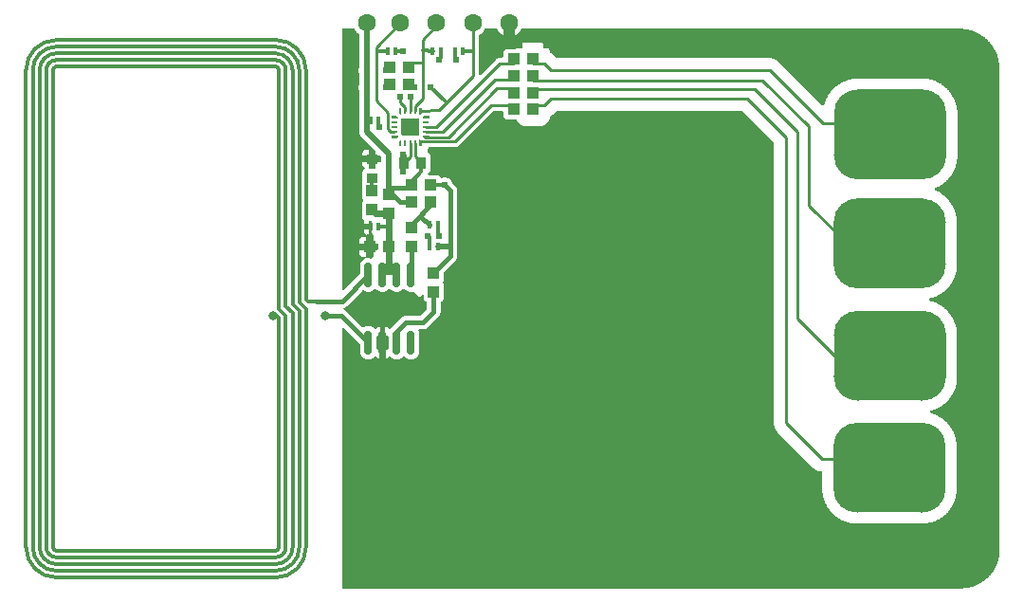
<source format=gtl>
G04 Layer: TopLayer*
G04 EasyEDA v6.3.22, 2020-01-24T05:25:20+01:00*
G04 ad8136d40ef74d3abd72c227764213de,1e61c1b39cbf46459d8771e8f21e6a9c,10*
G04 Gerber Generator version 0.2*
G04 Scale: 100 percent, Rotated: No, Reflected: No *
G04 Dimensions in millimeters *
G04 leading zeros omitted , absolute positions ,3 integer and 3 decimal *
%FSLAX33Y33*%
%MOMM*%
G90*
G71D02*

%ADD11C,0.399999*%
%ADD12C,0.219989*%
%ADD13C,0.299999*%
%ADD14C,0.499999*%
%ADD15C,0.999998*%
%ADD16C,0.599999*%
%ADD17C,0.699999*%
%ADD18C,0.299974*%
%ADD19C,0.609600*%
%ADD20C,0.808025*%
%ADD21R,0.399999X0.699999*%
%ADD22R,0.999998X1.100074*%
%ADD23R,1.100074X0.999998*%
%ADD24R,0.750062X0.299974*%
%ADD25R,0.899922X0.999998*%
%ADD26R,0.219989X0.599999*%
%ADD27R,0.599999X0.219989*%
%ADD28C,1.599997*%
%ADD29C,0.807999*%

%LPD*%
G36*
G01X30893Y50537D02*
G01X29981Y50538D01*
G01X29967Y50537D01*
G01X29953Y50533D01*
G01X29939Y50528D01*
G01X29926Y50521D01*
G01X29914Y50513D01*
G01X29904Y50502D01*
G01X29896Y50491D01*
G01X29888Y50478D01*
G01X29883Y50464D01*
G01X29880Y50450D01*
G01X29879Y50436D01*
G01X29879Y27257D01*
G01X29880Y27242D01*
G01X29883Y27228D01*
G01X29888Y27215D01*
G01X29896Y27202D01*
G01X29904Y27190D01*
G01X29914Y27180D01*
G01X29926Y27172D01*
G01X29939Y27164D01*
G01X29953Y27159D01*
G01X29967Y27156D01*
G01X29981Y27155D01*
G01X29997Y27156D01*
G01X30012Y27160D01*
G01X30027Y27167D01*
G01X30041Y27175D01*
G01X30053Y27185D01*
G01X31437Y28569D01*
G01X31448Y28581D01*
G01X31456Y28595D01*
G01X31462Y28610D01*
G01X31465Y28625D01*
G01X31467Y28641D01*
G01X31467Y29259D01*
G01X31468Y29301D01*
G01X31471Y29341D01*
G01X31477Y29382D01*
G01X31485Y29422D01*
G01X31494Y29462D01*
G01X31506Y29501D01*
G01X31521Y29539D01*
G01X31537Y29576D01*
G01X31555Y29613D01*
G01X31575Y29649D01*
G01X31597Y29683D01*
G01X31621Y29716D01*
G01X31647Y29748D01*
G01X31674Y29778D01*
G01X31703Y29807D01*
G01X31734Y29835D01*
G01X31766Y29860D01*
G01X31799Y29884D01*
G01X31833Y29906D01*
G01X31869Y29925D01*
G01X31882Y29934D01*
G01X31894Y29944D01*
G01X31904Y29956D01*
G01X31912Y29970D01*
G01X31918Y29984D01*
G01X31922Y30000D01*
G01X31923Y30015D01*
G01X31922Y30030D01*
G01X31919Y30044D01*
G01X31914Y30058D01*
G01X31907Y30070D01*
G01X31898Y30082D01*
G01X31888Y30092D01*
G01X31876Y30101D01*
G01X31864Y30108D01*
G01X31850Y30113D01*
G01X31836Y30116D01*
G01X31821Y30117D01*
G01X31809Y30117D01*
G01X31781Y30118D01*
G01X31752Y30121D01*
G01X31724Y30126D01*
G01X31696Y30133D01*
G01X31669Y30142D01*
G01X31642Y30154D01*
G01X31617Y30166D01*
G01X31592Y30181D01*
G01X31568Y30197D01*
G01X31546Y30216D01*
G01X31525Y30235D01*
G01X31505Y30256D01*
G01X31487Y30279D01*
G01X31471Y30302D01*
G01X31456Y30327D01*
G01X31443Y30353D01*
G01X31432Y30379D01*
G01X31423Y30406D01*
G01X31416Y30434D01*
G01X31411Y30462D01*
G01X31408Y30491D01*
G01X31407Y30520D01*
G01X31407Y30706D01*
G01X32021Y30706D01*
G01X32021Y30108D01*
G01X32022Y30094D01*
G01X32025Y30080D01*
G01X32030Y30066D01*
G01X32037Y30053D01*
G01X32046Y30042D01*
G01X32056Y30032D01*
G01X32068Y30023D01*
G01X32081Y30016D01*
G01X32094Y30011D01*
G01X32108Y30008D01*
G01X32123Y30007D01*
G01X32134Y30007D01*
G01X32177Y30011D01*
G01X32219Y30012D01*
G01X32265Y30011D01*
G01X32311Y30007D01*
G01X32355Y30000D01*
G01X32400Y29990D01*
G01X32444Y29978D01*
G01X32459Y29975D01*
G01X32474Y29973D01*
G01X32488Y29974D01*
G01X32503Y29977D01*
G01X32516Y29982D01*
G01X32529Y29989D01*
G01X32541Y29998D01*
G01X32551Y30008D01*
G01X32560Y30019D01*
G01X32668Y30129D01*
G01X32678Y30140D01*
G01X32687Y30154D01*
G01X32693Y30169D01*
G01X32697Y30185D01*
G01X32698Y30200D01*
G01X32698Y30706D01*
G01X32982Y30706D01*
G01X32996Y30707D01*
G01X33011Y30711D01*
G01X33025Y30716D01*
G01X33039Y30724D01*
G01X33050Y30733D01*
G01X33060Y30744D01*
G01X33069Y30757D01*
G01X33076Y30770D01*
G01X33080Y30784D01*
G01X33083Y30799D01*
G01X33107Y31084D01*
G01X33107Y31232D01*
G01X33106Y31246D01*
G01X33103Y31260D01*
G01X33098Y31274D01*
G01X33091Y31286D01*
G01X33082Y31298D01*
G01X33072Y31308D01*
G01X33060Y31317D01*
G01X33047Y31324D01*
G01X33034Y31329D01*
G01X33020Y31332D01*
G01X33005Y31333D01*
G01X32698Y31333D01*
G01X32698Y32024D01*
G01X32697Y32038D01*
G01X32694Y32052D01*
G01X32689Y32066D01*
G01X32682Y32079D01*
G01X32673Y32091D01*
G01X32663Y32101D01*
G01X32652Y32109D01*
G01X32639Y32116D01*
G01X32625Y32122D01*
G01X32611Y32125D01*
G01X32597Y32126D01*
G01X32573Y32126D01*
G01X32573Y32220D01*
G01X32571Y32238D01*
G01X32567Y32255D01*
G01X32560Y32270D01*
G01X32546Y32297D01*
G01X32534Y32324D01*
G01X32525Y32352D01*
G01X32517Y32381D01*
G01X32511Y32411D01*
G01X32508Y32440D01*
G01X32507Y32470D01*
G01X32507Y33170D01*
G01X32509Y33208D01*
G01X32514Y33246D01*
G01X32516Y33266D01*
G01X32515Y33280D01*
G01X32512Y33294D01*
G01X32507Y33308D01*
G01X32500Y33320D01*
G01X32491Y33332D01*
G01X32481Y33342D01*
G01X32470Y33351D01*
G01X32457Y33358D01*
G01X32443Y33363D01*
G01X32429Y33366D01*
G01X32414Y33367D01*
G01X32348Y33367D01*
G01X32333Y33366D01*
G01X32319Y33363D01*
G01X32306Y33358D01*
G01X32293Y33351D01*
G01X32281Y33342D01*
G01X32271Y33332D01*
G01X32262Y33320D01*
G01X32255Y33308D01*
G01X32250Y33294D01*
G01X32247Y33280D01*
G01X32246Y33266D01*
G01X32246Y33058D01*
G01X31807Y33058D01*
G01X31807Y33170D01*
G01X31808Y33203D01*
G01X31812Y33236D01*
G01X31819Y33269D01*
G01X31829Y33301D01*
G01X31841Y33332D01*
G01X31847Y33352D01*
G01X31850Y33373D01*
G01X31848Y33388D01*
G01X31845Y33403D01*
G01X31840Y33417D01*
G01X31832Y33431D01*
G01X31822Y33443D01*
G01X31811Y33453D01*
G01X31788Y33473D01*
G01X31766Y33494D01*
G01X31746Y33517D01*
G01X31728Y33541D01*
G01X31712Y33567D01*
G01X31697Y33594D01*
G01X31685Y33621D01*
G01X31675Y33650D01*
G01X31667Y33679D01*
G01X31661Y33709D01*
G01X31658Y33740D01*
G01X31657Y33769D01*
G01X31657Y34870D01*
G01X31658Y34902D01*
G01X31662Y34933D01*
G01X31669Y34965D01*
G01X31677Y34996D01*
G01X31688Y35026D01*
G01X31702Y35055D01*
G01X31718Y35083D01*
G01X31736Y35109D01*
G01X31745Y35123D01*
G01X31751Y35138D01*
G01X31754Y35154D01*
G01X31756Y35170D01*
G01X31754Y35186D01*
G01X31751Y35202D01*
G01X31745Y35216D01*
G01X31736Y35230D01*
G01X31718Y35256D01*
G01X31702Y35284D01*
G01X31688Y35313D01*
G01X31677Y35344D01*
G01X31669Y35374D01*
G01X31662Y35406D01*
G01X31658Y35438D01*
G01X31657Y35470D01*
G01X31657Y36570D01*
G01X31658Y36606D01*
G01X31663Y36642D01*
G01X31672Y36678D01*
G01X31676Y36705D01*
G01X31675Y36712D01*
G01X31674Y36738D01*
G01X31674Y37601D01*
G01X31676Y37632D01*
G01X31679Y37662D01*
G01X31684Y37692D01*
G01X31692Y37721D01*
G01X31703Y37750D01*
G01X31715Y37777D01*
G01X31729Y37804D01*
G01X31745Y37829D01*
G01X31763Y37854D01*
G01X31783Y37877D01*
G01X31804Y37898D01*
G01X31828Y37918D01*
G01X31852Y37936D01*
G01X31865Y37946D01*
G01X31876Y37958D01*
G01X31885Y37972D01*
G01X31892Y37987D01*
G01X31896Y38003D01*
G01X31897Y38019D01*
G01X31896Y38036D01*
G01X31892Y38052D01*
G01X31885Y38067D01*
G01X31876Y38081D01*
G01X31865Y38094D01*
G01X31852Y38104D01*
G01X31828Y38122D01*
G01X31804Y38141D01*
G01X31783Y38163D01*
G01X31763Y38186D01*
G01X31745Y38210D01*
G01X31729Y38235D01*
G01X31715Y38262D01*
G01X31703Y38290D01*
G01X31692Y38319D01*
G01X31684Y38348D01*
G01X31679Y38378D01*
G01X31676Y38408D01*
G01X31674Y38438D01*
G01X31674Y38590D01*
G01X32255Y38590D01*
G01X32255Y38106D01*
G01X32256Y38092D01*
G01X32259Y38077D01*
G01X32264Y38064D01*
G01X32271Y38051D01*
G01X32280Y38039D01*
G01X32290Y38029D01*
G01X32301Y38020D01*
G01X32314Y38013D01*
G01X32328Y38008D01*
G01X32342Y38005D01*
G01X32356Y38004D01*
G01X32763Y38004D01*
G01X32777Y38005D01*
G01X32791Y38008D01*
G01X32805Y38013D01*
G01X32818Y38020D01*
G01X32829Y38029D01*
G01X32839Y38039D01*
G01X32848Y38051D01*
G01X32855Y38064D01*
G01X32860Y38077D01*
G01X32863Y38092D01*
G01X32864Y38106D01*
G01X32864Y38590D01*
G01X33305Y38590D01*
G01X33320Y38591D01*
G01X33334Y38594D01*
G01X33347Y38600D01*
G01X33361Y38606D01*
G01X33372Y38615D01*
G01X33383Y38625D01*
G01X33391Y38637D01*
G01X33398Y38649D01*
G01X33403Y38663D01*
G01X33406Y38677D01*
G01X33407Y38691D01*
G01X33407Y39005D01*
G01X33406Y39021D01*
G01X33402Y39036D01*
G01X33396Y39051D01*
G01X33388Y39065D01*
G01X33377Y39077D01*
G01X33335Y39119D01*
G01X33323Y39129D01*
G01X33309Y39138D01*
G01X33295Y39144D01*
G01X33279Y39148D01*
G01X33263Y39149D01*
G01X32864Y39149D01*
G01X32864Y39548D01*
G01X32863Y39564D01*
G01X32859Y39579D01*
G01X32853Y39594D01*
G01X32845Y39607D01*
G01X32834Y39620D01*
G01X32577Y39877D01*
G01X31597Y40858D01*
G01X31571Y40884D01*
G01X31548Y40912D01*
G01X31526Y40941D01*
G01X31505Y40972D01*
G01X31487Y41003D01*
G01X31470Y41036D01*
G01X31455Y41069D01*
G01X31442Y41103D01*
G01X31431Y41138D01*
G01X31422Y41174D01*
G01X31415Y41210D01*
G01X31409Y41246D01*
G01X31406Y41282D01*
G01X31405Y41319D01*
G01X31407Y41357D01*
G01X31407Y44961D01*
G01X31405Y44980D01*
G01X31400Y44998D01*
G01X31386Y45039D01*
G01X31373Y45081D01*
G01X31364Y45123D01*
G01X31358Y45166D01*
G01X31354Y45210D01*
G01X31352Y45253D01*
G01X31354Y45297D01*
G01X31358Y45341D01*
G01X31364Y45384D01*
G01X31373Y45427D01*
G01X31386Y45468D01*
G01X31400Y45509D01*
G01X31405Y45528D01*
G01X31407Y45546D01*
G01X31407Y46477D01*
G01X31405Y46496D01*
G01X31400Y46514D01*
G01X31386Y46555D01*
G01X31373Y46597D01*
G01X31364Y46640D01*
G01X31358Y46683D01*
G01X31354Y46726D01*
G01X31352Y46770D01*
G01X31354Y46813D01*
G01X31358Y46857D01*
G01X31364Y46900D01*
G01X31373Y46942D01*
G01X31386Y46985D01*
G01X31400Y47026D01*
G01X31405Y47044D01*
G01X31407Y47062D01*
G01X31407Y49955D01*
G01X31405Y49972D01*
G01X31402Y49987D01*
G01X31396Y50002D01*
G01X31387Y50016D01*
G01X31376Y50028D01*
G01X31364Y50039D01*
G01X31321Y50070D01*
G01X31279Y50104D01*
G01X31240Y50140D01*
G01X31201Y50177D01*
G01X31165Y50216D01*
G01X31130Y50257D01*
G01X31097Y50299D01*
G01X31066Y50342D01*
G01X31037Y50387D01*
G01X31009Y50433D01*
G01X30984Y50481D01*
G01X30976Y50494D01*
G01X30965Y50507D01*
G01X30953Y50517D01*
G01X30940Y50525D01*
G01X30925Y50532D01*
G01X30910Y50536D01*
G01X30893Y50537D01*
G37*

%LPC*%
G36*
G01X32021Y31333D02*
G01X32021Y31934D01*
G01X32006Y31927D01*
G01X31990Y31923D01*
G01X31974Y31922D01*
G01X31809Y31922D01*
G01X31781Y31921D01*
G01X31752Y31918D01*
G01X31724Y31913D01*
G01X31696Y31906D01*
G01X31669Y31897D01*
G01X31642Y31886D01*
G01X31617Y31873D01*
G01X31592Y31858D01*
G01X31568Y31842D01*
G01X31546Y31824D01*
G01X31525Y31805D01*
G01X31505Y31783D01*
G01X31487Y31761D01*
G01X31471Y31737D01*
G01X31456Y31713D01*
G01X31443Y31687D01*
G01X31432Y31660D01*
G01X31423Y31633D01*
G01X31416Y31605D01*
G01X31411Y31577D01*
G01X31408Y31549D01*
G01X31407Y31520D01*
G01X31407Y31333D01*
G01X32021Y31333D01*
G37*
G36*
G01X32246Y32581D02*
G01X31807Y32581D01*
G01X31807Y32470D01*
G01X31808Y32441D01*
G01X31811Y32412D01*
G01X31816Y32383D01*
G01X31823Y32355D01*
G01X31833Y32327D01*
G01X31844Y32300D01*
G01X31858Y32274D01*
G01X31872Y32250D01*
G01X31890Y32226D01*
G01X31908Y32203D01*
G01X31928Y32182D01*
G01X31949Y32163D01*
G01X31972Y32144D01*
G01X31996Y32128D01*
G01X32022Y32114D01*
G01X32036Y32105D01*
G01X32049Y32093D01*
G01X32061Y32104D01*
G01X32074Y32113D01*
G01X32090Y32120D01*
G01X32106Y32124D01*
G01X32123Y32126D01*
G01X32246Y32126D01*
G01X32246Y32581D01*
G37*
G36*
G01X32255Y39704D02*
G01X32077Y39704D01*
G01X32048Y39703D01*
G01X32020Y39700D01*
G01X31991Y39695D01*
G01X31964Y39688D01*
G01X31936Y39679D01*
G01X31884Y39655D01*
G01X31859Y39640D01*
G01X31836Y39624D01*
G01X31813Y39605D01*
G01X31792Y39586D01*
G01X31773Y39565D01*
G01X31754Y39542D01*
G01X31738Y39519D01*
G01X31723Y39494D01*
G01X31711Y39469D01*
G01X31700Y39442D01*
G01X31691Y39415D01*
G01X31684Y39387D01*
G01X31678Y39359D01*
G01X31675Y39330D01*
G01X31674Y39301D01*
G01X31674Y39149D01*
G01X32255Y39149D01*
G01X32255Y39704D01*
G37*

%LPD*%
G36*
G01X43648Y50527D02*
G01X42721Y50528D01*
G01X42705Y50527D01*
G01X42690Y50523D01*
G01X42675Y50517D01*
G01X42661Y50509D01*
G01X42649Y50498D01*
G01X42639Y50486D01*
G01X42631Y50473D01*
G01X42606Y50427D01*
G01X42579Y50382D01*
G01X42550Y50338D01*
G01X42520Y50296D01*
G01X42487Y50255D01*
G01X42453Y50215D01*
G01X42418Y50177D01*
G01X42381Y50141D01*
G01X42342Y50106D01*
G01X42301Y50073D01*
G01X42259Y50042D01*
G01X42216Y50012D01*
G01X42172Y49985D01*
G01X42127Y49959D01*
G01X42114Y49951D01*
G01X42102Y49940D01*
G01X42092Y49928D01*
G01X42084Y49915D01*
G01X42077Y49901D01*
G01X42074Y49885D01*
G01X42073Y49870D01*
G01X42073Y46477D01*
G01X42074Y46462D01*
G01X42077Y46449D01*
G01X42082Y46435D01*
G01X42089Y46422D01*
G01X42098Y46411D01*
G01X42108Y46400D01*
G01X42120Y46392D01*
G01X42132Y46385D01*
G01X42146Y46380D01*
G01X42160Y46377D01*
G01X42174Y46376D01*
G01X42190Y46377D01*
G01X42206Y46381D01*
G01X42221Y46387D01*
G01X42234Y46395D01*
G01X42246Y46405D01*
G01X43598Y47757D01*
G01X43623Y47780D01*
G01X43649Y47801D01*
G01X43676Y47821D01*
G01X43704Y47839D01*
G01X43734Y47854D01*
G01X43765Y47868D01*
G01X43796Y47880D01*
G01X43828Y47890D01*
G01X43861Y47897D01*
G01X43894Y47903D01*
G01X43927Y47906D01*
G01X43961Y47907D01*
G01X44155Y47907D01*
G01X44169Y47908D01*
G01X44184Y47911D01*
G01X44197Y47916D01*
G01X44210Y47923D01*
G01X44222Y47932D01*
G01X44232Y47942D01*
G01X44241Y47954D01*
G01X44248Y47967D01*
G01X44253Y47980D01*
G01X44256Y47995D01*
G01X44257Y48009D01*
G01X44257Y48294D01*
G01X44258Y48323D01*
G01X44261Y48352D01*
G01X44266Y48380D01*
G01X44273Y48408D01*
G01X44282Y48435D01*
G01X44293Y48462D01*
G01X44306Y48487D01*
G01X44321Y48512D01*
G01X44337Y48536D01*
G01X44355Y48558D01*
G01X44375Y48579D01*
G01X44396Y48599D01*
G01X44418Y48617D01*
G01X44442Y48633D01*
G01X44467Y48648D01*
G01X44492Y48660D01*
G01X44519Y48672D01*
G01X44546Y48681D01*
G01X44574Y48688D01*
G01X44602Y48693D01*
G01X44631Y48696D01*
G01X44660Y48697D01*
G01X45377Y48697D01*
G01X45393Y48698D01*
G01X45408Y48702D01*
G01X45423Y48708D01*
G01X45437Y48716D01*
G01X45449Y48727D01*
G01X45459Y48739D01*
G01X45467Y48752D01*
G01X45489Y48793D01*
G01X45513Y48832D01*
G01X45538Y48870D01*
G01X45565Y48907D01*
G01X45594Y48942D01*
G01X45625Y48976D01*
G01X45657Y49009D01*
G01X45690Y49041D01*
G01X45725Y49070D01*
G01X45761Y49099D01*
G01X45798Y49125D01*
G01X45837Y49150D01*
G01X45876Y49173D01*
G01X45917Y49194D01*
G01X45959Y49213D01*
G01X46001Y49230D01*
G01X46044Y49246D01*
G01X46088Y49259D01*
G01X46132Y49271D01*
G01X46177Y49280D01*
G01X46222Y49287D01*
G01X46268Y49293D01*
G01X46314Y49296D01*
G01X46359Y49297D01*
G01X47460Y49297D01*
G01X47506Y49296D01*
G01X47552Y49292D01*
G01X47598Y49287D01*
G01X47645Y49280D01*
G01X47690Y49270D01*
G01X47735Y49258D01*
G01X47780Y49245D01*
G01X47866Y49211D01*
G01X47908Y49191D01*
G01X47949Y49169D01*
G01X47990Y49145D01*
G01X48028Y49120D01*
G01X48066Y49093D01*
G01X48102Y49063D01*
G01X48137Y49033D01*
G01X48171Y49001D01*
G01X48203Y48967D01*
G01X48233Y48932D01*
G01X48262Y48895D01*
G01X48289Y48857D01*
G01X48314Y48818D01*
G01X48338Y48778D01*
G01X48359Y48737D01*
G01X48379Y48694D01*
G01X48396Y48651D01*
G01X48412Y48607D01*
G01X48425Y48563D01*
G01X48437Y48518D01*
G01X48446Y48472D01*
G01X48453Y48426D01*
G01X48456Y48411D01*
G01X48462Y48397D01*
G01X48469Y48384D01*
G01X48479Y48371D01*
G01X48490Y48361D01*
G01X48502Y48352D01*
G01X48550Y48322D01*
G01X48596Y48290D01*
G01X48640Y48256D01*
G01X48682Y48220D01*
G01X48723Y48181D01*
G01X48992Y47912D01*
G01X49004Y47902D01*
G01X49017Y47893D01*
G01X49032Y47887D01*
G01X49048Y47883D01*
G01X49063Y47882D01*
G01X68060Y47882D01*
G01X68109Y47881D01*
G01X68157Y47878D01*
G01X68205Y47873D01*
G01X68253Y47865D01*
G01X68301Y47856D01*
G01X68348Y47844D01*
G01X68395Y47831D01*
G01X68441Y47815D01*
G01X68486Y47797D01*
G01X68531Y47778D01*
G01X68574Y47757D01*
G01X68616Y47733D01*
G01X68658Y47708D01*
G01X68698Y47681D01*
G01X68737Y47652D01*
G01X68775Y47622D01*
G01X68812Y47590D01*
G01X68847Y47557D01*
G01X72740Y43663D01*
G01X72752Y43653D01*
G01X72766Y43644D01*
G01X72780Y43638D01*
G01X72796Y43635D01*
G01X72812Y43633D01*
G01X72827Y43635D01*
G01X72841Y43638D01*
G01X72855Y43643D01*
G01X72868Y43651D01*
G01X72880Y43659D01*
G01X72890Y43670D01*
G01X72898Y43682D01*
G01X72905Y43695D01*
G01X72910Y43710D01*
G01X72931Y43787D01*
G01X72955Y43864D01*
G01X72980Y43941D01*
G01X73008Y44017D01*
G01X73037Y44092D01*
G01X73068Y44166D01*
G01X73102Y44240D01*
G01X73136Y44313D01*
G01X73173Y44384D01*
G01X73212Y44455D01*
G01X73252Y44525D01*
G01X73338Y44661D01*
G01X73384Y44728D01*
G01X73431Y44793D01*
G01X73480Y44857D01*
G01X73531Y44920D01*
G01X73583Y44981D01*
G01X73637Y45041D01*
G01X73692Y45100D01*
G01X73749Y45157D01*
G01X73807Y45213D01*
G01X73867Y45268D01*
G01X73928Y45320D01*
G01X73990Y45371D01*
G01X74054Y45421D01*
G01X74119Y45469D01*
G01X74185Y45515D01*
G01X74252Y45560D01*
G01X74320Y45602D01*
G01X74390Y45643D01*
G01X74460Y45683D01*
G01X74532Y45720D01*
G01X74604Y45756D01*
G01X74677Y45789D01*
G01X74751Y45821D01*
G01X74826Y45851D01*
G01X74902Y45879D01*
G01X74978Y45906D01*
G01X75132Y45952D01*
G01X75211Y45972D01*
G01X75289Y45990D01*
G01X75368Y46006D01*
G01X75447Y46020D01*
G01X75527Y46032D01*
G01X75607Y46042D01*
G01X75688Y46050D01*
G01X75768Y46056D01*
G01X75779Y46057D01*
G01X75836Y46066D01*
G01X75892Y46070D01*
G01X75949Y46072D01*
G01X81710Y46072D01*
G01X81762Y46071D01*
G01X81767Y46070D01*
G01X81765Y46071D01*
G01X81846Y46067D01*
G01X81926Y46062D01*
G01X82007Y46054D01*
G01X82088Y46044D01*
G01X82167Y46032D01*
G01X82247Y46018D01*
G01X82327Y46003D01*
G01X82406Y45985D01*
G01X82484Y45965D01*
G01X82562Y45943D01*
G01X82639Y45919D01*
G01X82716Y45893D01*
G01X82792Y45865D01*
G01X82867Y45836D01*
G01X82941Y45804D01*
G01X83015Y45770D01*
G01X83088Y45735D01*
G01X83160Y45697D01*
G01X83231Y45658D01*
G01X83301Y45617D01*
G01X83369Y45574D01*
G01X83437Y45530D01*
G01X83503Y45483D01*
G01X83568Y45436D01*
G01X83632Y45386D01*
G01X83695Y45335D01*
G01X83756Y45282D01*
G01X83816Y45228D01*
G01X83875Y45172D01*
G01X83932Y45115D01*
G01X83987Y45056D01*
G01X84042Y44996D01*
G01X84094Y44934D01*
G01X84145Y44871D01*
G01X84194Y44807D01*
G01X84242Y44741D01*
G01X84288Y44675D01*
G01X84332Y44607D01*
G01X84375Y44538D01*
G01X84415Y44468D01*
G01X84454Y44397D01*
G01X84491Y44325D01*
G01X84526Y44252D01*
G01X84559Y44178D01*
G01X84591Y44104D01*
G01X84620Y44029D01*
G01X84648Y43952D01*
G01X84673Y43876D01*
G01X84697Y43798D01*
G01X84718Y43720D01*
G01X84738Y43641D01*
G01X84756Y43562D01*
G01X84771Y43483D01*
G01X84784Y43403D01*
G01X84796Y43323D01*
G01X84805Y43243D01*
G01X84812Y43162D01*
G01X84818Y43081D01*
G01X84821Y43000D01*
G01X84822Y42920D01*
G01X84822Y39181D01*
G01X84820Y39100D01*
G01X84815Y39019D01*
G01X84809Y38939D01*
G01X84801Y38858D01*
G01X84791Y38778D01*
G01X84778Y38698D01*
G01X84764Y38619D01*
G01X84748Y38540D01*
G01X84729Y38461D01*
G01X84709Y38383D01*
G01X84686Y38305D01*
G01X84662Y38228D01*
G01X84636Y38151D01*
G01X84607Y38076D01*
G01X84577Y38001D01*
G01X84545Y37927D01*
G01X84511Y37853D01*
G01X84475Y37781D01*
G01X84437Y37710D01*
G01X84397Y37639D01*
G01X84356Y37570D01*
G01X84313Y37501D01*
G01X84268Y37434D01*
G01X84221Y37368D01*
G01X84173Y37303D01*
G01X84123Y37240D01*
G01X84071Y37178D01*
G01X84018Y37117D01*
G01X83964Y37057D01*
G01X83907Y36999D01*
G01X83850Y36942D01*
G01X83790Y36887D01*
G01X83730Y36834D01*
G01X83668Y36781D01*
G01X83605Y36731D01*
G01X83540Y36682D01*
G01X83475Y36635D01*
G01X83408Y36590D01*
G01X83340Y36546D01*
G01X83271Y36504D01*
G01X83201Y36464D01*
G01X83129Y36425D01*
G01X83057Y36389D01*
G01X82985Y36354D01*
G01X82910Y36322D01*
G01X82836Y36291D01*
G01X82822Y36284D01*
G01X82810Y36275D01*
G01X82799Y36265D01*
G01X82790Y36253D01*
G01X82782Y36240D01*
G01X82776Y36226D01*
G01X82773Y36211D01*
G01X82772Y36196D01*
G01X82773Y36181D01*
G01X82776Y36167D01*
G01X82781Y36153D01*
G01X82789Y36140D01*
G01X82798Y36128D01*
G01X82809Y36118D01*
G01X82821Y36109D01*
G01X82835Y36102D01*
G01X82909Y36071D01*
G01X82982Y36037D01*
G01X83055Y36001D01*
G01X83126Y35964D01*
G01X83197Y35924D01*
G01X83267Y35883D01*
G01X83335Y35841D01*
G01X83402Y35796D01*
G01X83468Y35750D01*
G01X83533Y35702D01*
G01X83597Y35652D01*
G01X83660Y35601D01*
G01X83721Y35549D01*
G01X83781Y35494D01*
G01X83839Y35438D01*
G01X83895Y35381D01*
G01X83951Y35322D01*
G01X84005Y35262D01*
G01X84057Y35200D01*
G01X84108Y35138D01*
G01X84157Y35073D01*
G01X84204Y35008D01*
G01X84250Y34941D01*
G01X84294Y34873D01*
G01X84336Y34805D01*
G01X84377Y34735D01*
G01X84416Y34664D01*
G01X84452Y34592D01*
G01X84487Y34519D01*
G01X84521Y34446D01*
G01X84552Y34371D01*
G01X84581Y34296D01*
G01X84609Y34220D01*
G01X84634Y34143D01*
G01X84657Y34066D01*
G01X84679Y33988D01*
G01X84698Y33910D01*
G01X84716Y33831D01*
G01X84731Y33752D01*
G01X84745Y33672D01*
G01X84756Y33592D01*
G01X84765Y33512D01*
G01X84772Y33432D01*
G01X84778Y33351D01*
G01X84781Y33270D01*
G01X84782Y33189D01*
G01X84782Y29469D01*
G01X84781Y29439D01*
G01X84781Y29438D01*
G01X84779Y29358D01*
G01X84775Y29278D01*
G01X84768Y29197D01*
G01X84760Y29118D01*
G01X84749Y29038D01*
G01X84737Y28959D01*
G01X84723Y28880D01*
G01X84706Y28802D01*
G01X84687Y28724D01*
G01X84667Y28646D01*
G01X84644Y28569D01*
G01X84620Y28492D01*
G01X84566Y28342D01*
G01X84535Y28267D01*
G01X84503Y28194D01*
G01X84470Y28121D01*
G01X84433Y28049D01*
G01X84396Y27978D01*
G01X84357Y27908D01*
G01X84316Y27840D01*
G01X84273Y27772D01*
G01X84228Y27705D01*
G01X84182Y27639D01*
G01X84134Y27575D01*
G01X84084Y27512D01*
G01X84033Y27450D01*
G01X83981Y27390D01*
G01X83926Y27331D01*
G01X83871Y27273D01*
G01X83814Y27216D01*
G01X83755Y27161D01*
G01X83695Y27108D01*
G01X83634Y27056D01*
G01X83571Y27006D01*
G01X83507Y26958D01*
G01X83442Y26910D01*
G01X83376Y26865D01*
G01X83309Y26822D01*
G01X83240Y26780D01*
G01X83171Y26740D01*
G01X83100Y26701D01*
G01X83029Y26665D01*
G01X82957Y26630D01*
G01X82884Y26597D01*
G01X82809Y26566D01*
G01X82735Y26537D01*
G01X82659Y26510D01*
G01X82583Y26485D01*
G01X82506Y26461D01*
G01X82429Y26440D01*
G01X82351Y26421D01*
G01X82336Y26416D01*
G01X82323Y26410D01*
G01X82311Y26401D01*
G01X82299Y26391D01*
G01X82290Y26379D01*
G01X82283Y26365D01*
G01X82277Y26352D01*
G01X82274Y26337D01*
G01X82273Y26322D01*
G01X82274Y26306D01*
G01X82277Y26292D01*
G01X82283Y26278D01*
G01X82290Y26264D01*
G01X82300Y26253D01*
G01X82311Y26242D01*
G01X82324Y26234D01*
G01X82337Y26227D01*
G01X82352Y26223D01*
G01X82429Y26204D01*
G01X82507Y26183D01*
G01X82584Y26160D01*
G01X82660Y26136D01*
G01X82735Y26109D01*
G01X82810Y26080D01*
G01X82884Y26050D01*
G01X82957Y26018D01*
G01X83030Y25983D01*
G01X83101Y25948D01*
G01X83172Y25910D01*
G01X83242Y25870D01*
G01X83310Y25829D01*
G01X83378Y25786D01*
G01X83444Y25741D01*
G01X83509Y25695D01*
G01X83573Y25647D01*
G01X83636Y25597D01*
G01X83698Y25546D01*
G01X83758Y25493D01*
G01X83817Y25439D01*
G01X83874Y25383D01*
G01X83930Y25326D01*
G01X83985Y25267D01*
G01X84038Y25207D01*
G01X84089Y25146D01*
G01X84139Y25083D01*
G01X84188Y25019D01*
G01X84234Y24954D01*
G01X84279Y24888D01*
G01X84322Y24821D01*
G01X84364Y24752D01*
G01X84404Y24683D01*
G01X84442Y24612D01*
G01X84478Y24541D01*
G01X84513Y24469D01*
G01X84545Y24395D01*
G01X84576Y24322D01*
G01X84605Y24247D01*
G01X84632Y24171D01*
G01X84656Y24096D01*
G01X84680Y24019D01*
G01X84701Y23942D01*
G01X84720Y23864D01*
G01X84737Y23786D01*
G01X84752Y23707D01*
G01X84765Y23628D01*
G01X84776Y23549D01*
G01X84786Y23469D01*
G01X84793Y23390D01*
G01X84798Y23309D01*
G01X84801Y23230D01*
G01X84802Y23149D01*
G01X84802Y19404D01*
G01X84799Y19324D01*
G01X84795Y19244D01*
G01X84789Y19163D01*
G01X84780Y19083D01*
G01X84770Y19003D01*
G01X84758Y18924D01*
G01X84743Y18844D01*
G01X84727Y18766D01*
G01X84708Y18687D01*
G01X84688Y18609D01*
G01X84666Y18532D01*
G01X84641Y18455D01*
G01X84615Y18379D01*
G01X84586Y18303D01*
G01X84556Y18229D01*
G01X84524Y18155D01*
G01X84490Y18082D01*
G01X84454Y18010D01*
G01X84416Y17939D01*
G01X84377Y17869D01*
G01X84335Y17799D01*
G01X84292Y17731D01*
G01X84248Y17664D01*
G01X84201Y17598D01*
G01X84153Y17534D01*
G01X84103Y17470D01*
G01X84052Y17408D01*
G01X83999Y17348D01*
G01X83945Y17288D01*
G01X83831Y17174D01*
G01X83773Y17119D01*
G01X83712Y17065D01*
G01X83651Y17014D01*
G01X83588Y16963D01*
G01X83524Y16915D01*
G01X83458Y16867D01*
G01X83392Y16822D01*
G01X83324Y16778D01*
G01X83255Y16736D01*
G01X83185Y16696D01*
G01X83114Y16658D01*
G01X83043Y16621D01*
G01X82970Y16587D01*
G01X82896Y16554D01*
G01X82822Y16523D01*
G01X82747Y16494D01*
G01X82671Y16467D01*
G01X82595Y16442D01*
G01X82517Y16419D01*
G01X82440Y16397D01*
G01X82425Y16393D01*
G01X82412Y16386D01*
G01X82400Y16377D01*
G01X82389Y16367D01*
G01X82380Y16355D01*
G01X82373Y16343D01*
G01X82367Y16328D01*
G01X82364Y16314D01*
G01X82363Y16299D01*
G01X82364Y16285D01*
G01X82367Y16270D01*
G01X82373Y16256D01*
G01X82380Y16243D01*
G01X82389Y16232D01*
G01X82399Y16222D01*
G01X82411Y16213D01*
G01X82424Y16206D01*
G01X82438Y16201D01*
G01X82516Y16179D01*
G01X82592Y16155D01*
G01X82669Y16129D01*
G01X82744Y16101D01*
G01X82820Y16070D01*
G01X82894Y16039D01*
G01X82967Y16005D01*
G01X83039Y15969D01*
G01X83111Y15932D01*
G01X83181Y15892D01*
G01X83250Y15851D01*
G01X83318Y15809D01*
G01X83386Y15764D01*
G01X83452Y15718D01*
G01X83517Y15669D01*
G01X83580Y15620D01*
G01X83643Y15569D01*
G01X83703Y15516D01*
G01X83763Y15462D01*
G01X83821Y15406D01*
G01X83878Y15348D01*
G01X83933Y15289D01*
G01X83987Y15230D01*
G01X84039Y15168D01*
G01X84090Y15105D01*
G01X84139Y15041D01*
G01X84186Y14976D01*
G01X84232Y14909D01*
G01X84318Y14773D01*
G01X84358Y14703D01*
G01X84397Y14632D01*
G01X84469Y14488D01*
G01X84502Y14414D01*
G01X84533Y14340D01*
G01X84562Y14265D01*
G01X84589Y14189D01*
G01X84614Y14112D01*
G01X84638Y14035D01*
G01X84659Y13957D01*
G01X84679Y13879D01*
G01X84696Y13800D01*
G01X84711Y13721D01*
G01X84725Y13642D01*
G01X84736Y13562D01*
G01X84745Y13481D01*
G01X84752Y13401D01*
G01X84758Y13320D01*
G01X84761Y13240D01*
G01X84762Y13159D01*
G01X84762Y9414D01*
G01X84760Y9334D01*
G01X84755Y9254D01*
G01X84749Y9174D01*
G01X84741Y9093D01*
G01X84730Y9014D01*
G01X84718Y8934D01*
G01X84703Y8855D01*
G01X84687Y8776D01*
G01X84669Y8698D01*
G01X84648Y8620D01*
G01X84625Y8543D01*
G01X84602Y8467D01*
G01X84575Y8390D01*
G01X84547Y8315D01*
G01X84517Y8240D01*
G01X84485Y8167D01*
G01X84451Y8094D01*
G01X84415Y8022D01*
G01X84377Y7950D01*
G01X84338Y7880D01*
G01X84297Y7811D01*
G01X84254Y7743D01*
G01X84209Y7677D01*
G01X84163Y7611D01*
G01X84115Y7546D01*
G01X84065Y7483D01*
G01X84014Y7421D01*
G01X83961Y7360D01*
G01X83907Y7301D01*
G01X83851Y7243D01*
G01X83794Y7186D01*
G01X83735Y7131D01*
G01X83675Y7078D01*
G01X83614Y7026D01*
G01X83551Y6976D01*
G01X83487Y6927D01*
G01X83422Y6880D01*
G01X83355Y6834D01*
G01X83287Y6791D01*
G01X83219Y6749D01*
G01X83149Y6709D01*
G01X83079Y6670D01*
G01X83007Y6634D01*
G01X82934Y6599D01*
G01X82861Y6566D01*
G01X82787Y6535D01*
G01X82712Y6506D01*
G01X82636Y6479D01*
G01X82559Y6454D01*
G01X82483Y6430D01*
G01X82405Y6409D01*
G01X82327Y6390D01*
G01X82249Y6373D01*
G01X82169Y6357D01*
G01X82090Y6344D01*
G01X82010Y6332D01*
G01X81931Y6323D01*
G01X81850Y6316D01*
G01X81770Y6311D01*
G01X81690Y6308D01*
G01X81609Y6307D01*
G01X75867Y6307D01*
G01X75786Y6310D01*
G01X75706Y6314D01*
G01X75626Y6320D01*
G01X75546Y6328D01*
G01X75466Y6339D01*
G01X75386Y6351D01*
G01X75307Y6365D01*
G01X75229Y6381D01*
G01X75150Y6400D01*
G01X75073Y6420D01*
G01X74995Y6443D01*
G01X74918Y6467D01*
G01X74842Y6493D01*
G01X74767Y6521D01*
G01X74692Y6551D01*
G01X74618Y6583D01*
G01X74545Y6617D01*
G01X74473Y6653D01*
G01X74402Y6691D01*
G01X74332Y6730D01*
G01X74263Y6771D01*
G01X74195Y6814D01*
G01X74128Y6859D01*
G01X74062Y6905D01*
G01X73997Y6953D01*
G01X73934Y7002D01*
G01X73872Y7054D01*
G01X73811Y7107D01*
G01X73752Y7161D01*
G01X73694Y7217D01*
G01X73637Y7274D01*
G01X73582Y7333D01*
G01X73529Y7393D01*
G01X73476Y7455D01*
G01X73426Y7517D01*
G01X73377Y7581D01*
G01X73330Y7647D01*
G01X73285Y7713D01*
G01X73241Y7780D01*
G01X73199Y7849D01*
G01X73159Y7919D01*
G01X73120Y7990D01*
G01X73084Y8061D01*
G01X73049Y8134D01*
G01X73016Y8207D01*
G01X72985Y8282D01*
G01X72956Y8356D01*
G01X72929Y8432D01*
G01X72903Y8509D01*
G01X72859Y8663D01*
G01X72840Y8741D01*
G01X72822Y8820D01*
G01X72807Y8899D01*
G01X72794Y8979D01*
G01X72782Y9058D01*
G01X72773Y9138D01*
G01X72766Y9218D01*
G01X72761Y9299D01*
G01X72758Y9379D01*
G01X72757Y9460D01*
G01X72757Y10859D01*
G01X72756Y10873D01*
G01X72753Y10888D01*
G01X72747Y10902D01*
G01X72739Y10916D01*
G01X72730Y10927D01*
G01X72719Y10937D01*
G01X72707Y10946D01*
G01X72693Y10953D01*
G01X72679Y10957D01*
G01X72664Y10960D01*
G01X72615Y10965D01*
G01X72568Y10972D01*
G01X72520Y10982D01*
G01X72473Y10993D01*
G01X72426Y11007D01*
G01X72380Y11022D01*
G01X72334Y11040D01*
G01X72290Y11059D01*
G01X72246Y11081D01*
G01X72203Y11105D01*
G01X72162Y11129D01*
G01X72082Y11185D01*
G01X72044Y11216D01*
G01X72008Y11248D01*
G01X71972Y11281D01*
G01X68772Y14482D01*
G01X68738Y14517D01*
G01X68706Y14553D01*
G01X68676Y14591D01*
G01X68647Y14631D01*
G01X68620Y14671D01*
G01X68595Y14712D01*
G01X68572Y14755D01*
G01X68550Y14798D01*
G01X68531Y14843D01*
G01X68513Y14888D01*
G01X68498Y14934D01*
G01X68484Y14981D01*
G01X68473Y15028D01*
G01X68463Y15076D01*
G01X68456Y15123D01*
G01X68450Y15172D01*
G01X68447Y15220D01*
G01X68446Y15269D01*
G01X68446Y40267D01*
G01X68445Y40283D01*
G01X68441Y40299D01*
G01X68435Y40314D01*
G01X68427Y40327D01*
G01X68416Y40339D01*
G01X65616Y43139D01*
G01X65602Y43147D01*
G01X65587Y43153D01*
G01X65571Y43157D01*
G01X65556Y43158D01*
G01X49063Y43158D01*
G01X49048Y43157D01*
G01X49032Y43153D01*
G01X49017Y43147D01*
G01X49004Y43139D01*
G01X48992Y43128D01*
G01X48745Y42881D01*
G01X48708Y42846D01*
G01X48669Y42812D01*
G01X48628Y42780D01*
G01X48586Y42750D01*
G01X48543Y42721D01*
G01X48498Y42696D01*
G01X48485Y42687D01*
G01X48474Y42677D01*
G01X48465Y42666D01*
G01X48457Y42652D01*
G01X48451Y42639D01*
G01X48447Y42624D01*
G01X48439Y42580D01*
G01X48428Y42536D01*
G01X48415Y42492D01*
G01X48401Y42449D01*
G01X48384Y42407D01*
G01X48366Y42366D01*
G01X48346Y42325D01*
G01X48323Y42286D01*
G01X48299Y42247D01*
G01X48274Y42210D01*
G01X48247Y42174D01*
G01X48218Y42139D01*
G01X48188Y42105D01*
G01X48156Y42073D01*
G01X48123Y42042D01*
G01X48088Y42013D01*
G01X48052Y41986D01*
G01X48015Y41959D01*
G01X47937Y41913D01*
G01X47897Y41892D01*
G01X47856Y41874D01*
G01X47814Y41856D01*
G01X47728Y41828D01*
G01X47684Y41817D01*
G01X47640Y41808D01*
G01X47595Y41801D01*
G01X47550Y41796D01*
G01X47505Y41793D01*
G01X47460Y41792D01*
G01X46359Y41792D01*
G01X46314Y41793D01*
G01X46268Y41796D01*
G01X46222Y41801D01*
G01X46177Y41809D01*
G01X46132Y41818D01*
G01X46088Y41829D01*
G01X46044Y41843D01*
G01X46001Y41858D01*
G01X45917Y41894D01*
G01X45876Y41916D01*
G01X45837Y41939D01*
G01X45798Y41964D01*
G01X45761Y41990D01*
G01X45725Y42018D01*
G01X45690Y42048D01*
G01X45657Y42079D01*
G01X45625Y42112D01*
G01X45594Y42146D01*
G01X45565Y42182D01*
G01X45538Y42219D01*
G01X45513Y42257D01*
G01X45489Y42296D01*
G01X45467Y42336D01*
G01X45459Y42350D01*
G01X45449Y42362D01*
G01X45437Y42372D01*
G01X45423Y42381D01*
G01X45408Y42387D01*
G01X45393Y42391D01*
G01X45377Y42392D01*
G01X44660Y42392D01*
G01X44631Y42393D01*
G01X44602Y42396D01*
G01X44574Y42401D01*
G01X44546Y42408D01*
G01X44519Y42417D01*
G01X44492Y42428D01*
G01X44467Y42441D01*
G01X44442Y42456D01*
G01X44418Y42472D01*
G01X44396Y42490D01*
G01X44375Y42510D01*
G01X44355Y42531D01*
G01X44337Y42553D01*
G01X44321Y42577D01*
G01X44306Y42602D01*
G01X44293Y42627D01*
G01X44282Y42654D01*
G01X44273Y42681D01*
G01X44266Y42709D01*
G01X44261Y42737D01*
G01X44258Y42766D01*
G01X44257Y42795D01*
G01X44257Y43054D01*
G01X44256Y43068D01*
G01X44253Y43083D01*
G01X44248Y43096D01*
G01X44241Y43109D01*
G01X44232Y43121D01*
G01X44222Y43131D01*
G01X44210Y43140D01*
G01X44197Y43147D01*
G01X44184Y43152D01*
G01X44169Y43155D01*
G01X44155Y43156D01*
G01X43463Y43156D01*
G01X43447Y43155D01*
G01X43432Y43151D01*
G01X43417Y43145D01*
G01X43403Y43136D01*
G01X43391Y43126D01*
G01X40322Y40058D01*
G01X40298Y40034D01*
G01X40272Y40013D01*
G01X40245Y39994D01*
G01X40216Y39976D01*
G01X40187Y39960D01*
G01X40156Y39946D01*
G01X40125Y39935D01*
G01X40093Y39924D01*
G01X40060Y39917D01*
G01X40027Y39912D01*
G01X39994Y39908D01*
G01X39960Y39907D01*
G01X37661Y39907D01*
G01X37647Y39906D01*
G01X37632Y39903D01*
G01X37619Y39898D01*
G01X37606Y39891D01*
G01X37594Y39882D01*
G01X37584Y39872D01*
G01X37568Y39848D01*
G01X37560Y39820D01*
G01X37559Y39806D01*
G01X37559Y39457D01*
G01X37561Y39441D01*
G01X37564Y39427D01*
G01X37569Y39412D01*
G01X37577Y39399D01*
G01X37587Y39387D01*
G01X37598Y39377D01*
G01X37611Y39369D01*
G01X37636Y39352D01*
G01X37660Y39335D01*
G01X37683Y39315D01*
G01X37705Y39294D01*
G01X37724Y39271D01*
G01X37742Y39247D01*
G01X37758Y39221D01*
G01X37772Y39194D01*
G01X37784Y39167D01*
G01X37794Y39139D01*
G01X37802Y39110D01*
G01X37808Y39080D01*
G01X37811Y39050D01*
G01X37812Y39020D01*
G01X37812Y38020D01*
G01X37811Y37989D01*
G01X37808Y37959D01*
G01X37802Y37930D01*
G01X37794Y37901D01*
G01X37784Y37873D01*
G01X37772Y37845D01*
G01X37758Y37818D01*
G01X37742Y37793D01*
G01X37724Y37768D01*
G01X37705Y37746D01*
G01X37683Y37724D01*
G01X37660Y37705D01*
G01X37636Y37687D01*
G01X37611Y37671D01*
G01X37598Y37662D01*
G01X37587Y37652D01*
G01X37577Y37640D01*
G01X37569Y37627D01*
G01X37564Y37613D01*
G01X37561Y37598D01*
G01X37559Y37583D01*
G01X37559Y37524D01*
G01X37560Y37509D01*
G01X37568Y37481D01*
G01X37576Y37469D01*
G01X37584Y37458D01*
G01X37594Y37447D01*
G01X37606Y37438D01*
G01X37619Y37432D01*
G01X37632Y37427D01*
G01X37647Y37424D01*
G01X37661Y37422D01*
G01X38310Y37422D01*
G01X38340Y37421D01*
G01X38370Y37417D01*
G01X38400Y37412D01*
G01X38429Y37404D01*
G01X38458Y37394D01*
G01X38486Y37381D01*
G01X38513Y37367D01*
G01X38539Y37351D01*
G01X38563Y37333D01*
G01X38586Y37313D01*
G01X38607Y37291D01*
G01X38627Y37268D01*
G01X38644Y37243D01*
G01X38661Y37217D01*
G01X38669Y37204D01*
G01X38679Y37193D01*
G01X38691Y37183D01*
G01X38704Y37176D01*
G01X38719Y37170D01*
G01X38734Y37166D01*
G01X38749Y37165D01*
G01X38769Y37167D01*
G01X38788Y37173D01*
G01X38825Y37187D01*
G01X38863Y37200D01*
G01X38901Y37209D01*
G01X38941Y37217D01*
G01X38980Y37222D01*
G01X39020Y37226D01*
G01X39059Y37227D01*
G01X39098Y37226D01*
G01X39136Y37223D01*
G01X39174Y37218D01*
G01X39212Y37211D01*
G01X39249Y37201D01*
G01X39285Y37190D01*
G01X39322Y37177D01*
G01X39357Y37161D01*
G01X39391Y37145D01*
G01X39424Y37126D01*
G01X39457Y37105D01*
G01X39488Y37083D01*
G01X39518Y37059D01*
G01X39546Y37033D01*
G01X39573Y37006D01*
G01X39599Y36978D01*
G01X39623Y36948D01*
G01X39645Y36917D01*
G01X39666Y36884D01*
G01X39685Y36851D01*
G01X39702Y36816D01*
G01X39717Y36781D01*
G01X39730Y36745D01*
G01X39741Y36709D01*
G01X39747Y36693D01*
G01X39756Y36677D01*
G01X39767Y36664D01*
G01X39985Y36446D01*
G01X40010Y36420D01*
G01X40033Y36392D01*
G01X40055Y36362D01*
G01X40074Y36332D01*
G01X40092Y36300D01*
G01X40108Y36267D01*
G01X40122Y36234D01*
G01X40134Y36199D01*
G01X40144Y36164D01*
G01X40152Y36129D01*
G01X40157Y36093D01*
G01X40160Y36057D01*
G01X40161Y36020D01*
G01X40161Y30219D01*
G01X40160Y30182D01*
G01X40157Y30146D01*
G01X40152Y30110D01*
G01X40144Y30075D01*
G01X40134Y30040D01*
G01X40122Y30005D01*
G01X40108Y29972D01*
G01X40092Y29939D01*
G01X40074Y29907D01*
G01X40055Y29877D01*
G01X40033Y29847D01*
G01X40010Y29819D01*
G01X39985Y29793D01*
G01X38992Y28800D01*
G01X38982Y28788D01*
G01X38973Y28774D01*
G01X38967Y28760D01*
G01X38963Y28744D01*
G01X38962Y28728D01*
G01X38962Y28170D01*
G01X38961Y28138D01*
G01X38957Y28106D01*
G01X38951Y28074D01*
G01X38942Y28044D01*
G01X38930Y28013D01*
G01X38917Y27984D01*
G01X38901Y27956D01*
G01X38883Y27930D01*
G01X38875Y27916D01*
G01X38868Y27902D01*
G01X38864Y27886D01*
G01X38863Y27870D01*
G01X38864Y27854D01*
G01X38868Y27838D01*
G01X38875Y27823D01*
G01X38883Y27809D01*
G01X38901Y27783D01*
G01X38917Y27755D01*
G01X38930Y27726D01*
G01X38942Y27696D01*
G01X38951Y27665D01*
G01X38957Y27633D01*
G01X38961Y27602D01*
G01X38962Y27570D01*
G01X38962Y26470D01*
G01X38961Y26441D01*
G01X38958Y26412D01*
G01X38953Y26383D01*
G01X38946Y26355D01*
G01X38936Y26328D01*
G01X38925Y26301D01*
G01X38912Y26275D01*
G01X38897Y26250D01*
G01X38881Y26227D01*
G01X38862Y26204D01*
G01X38842Y26183D01*
G01X38821Y26163D01*
G01X38798Y26145D01*
G01X38774Y26129D01*
G01X38749Y26114D01*
G01X38723Y26102D01*
G01X38710Y26095D01*
G01X38698Y26086D01*
G01X38688Y26076D01*
G01X38679Y26064D01*
G01X38672Y26051D01*
G01X38667Y26038D01*
G01X38664Y26024D01*
G01X38663Y26009D01*
G01X38663Y25220D01*
G01X38662Y25184D01*
G01X38659Y25148D01*
G01X38653Y25112D01*
G01X38645Y25076D01*
G01X38635Y25041D01*
G01X38624Y25006D01*
G01X38610Y24973D01*
G01X38594Y24940D01*
G01X38576Y24908D01*
G01X38556Y24878D01*
G01X38535Y24848D01*
G01X38511Y24821D01*
G01X38486Y24794D01*
G01X37536Y23844D01*
G01X37510Y23819D01*
G01X37482Y23796D01*
G01X37453Y23775D01*
G01X37422Y23755D01*
G01X37390Y23737D01*
G01X37358Y23721D01*
G01X37324Y23707D01*
G01X37290Y23695D01*
G01X37254Y23685D01*
G01X37219Y23678D01*
G01X37183Y23672D01*
G01X37147Y23669D01*
G01X37110Y23668D01*
G01X36808Y23668D01*
G01X36793Y23667D01*
G01X36779Y23664D01*
G01X36766Y23659D01*
G01X36753Y23652D01*
G01X36741Y23643D01*
G01X36731Y23633D01*
G01X36722Y23621D01*
G01X36710Y23595D01*
G01X36707Y23581D01*
G01X36706Y23566D01*
G01X36707Y23552D01*
G01X36710Y23538D01*
G01X36715Y23524D01*
G01X36731Y23488D01*
G01X36744Y23450D01*
G01X36756Y23412D01*
G01X36765Y23373D01*
G01X36772Y23334D01*
G01X36778Y23294D01*
G01X36781Y23254D01*
G01X36782Y23214D01*
G01X36782Y21715D01*
G01X36781Y21675D01*
G01X36778Y21636D01*
G01X36773Y21597D01*
G01X36766Y21558D01*
G01X36756Y21520D01*
G01X36745Y21482D01*
G01X36732Y21445D01*
G01X36717Y21408D01*
G01X36700Y21373D01*
G01X36681Y21338D01*
G01X36661Y21305D01*
G01X36638Y21272D01*
G01X36614Y21241D01*
G01X36589Y21211D01*
G01X36562Y21182D01*
G01X36533Y21155D01*
G01X36503Y21129D01*
G01X36472Y21106D01*
G01X36439Y21083D01*
G01X36406Y21063D01*
G01X36371Y21044D01*
G01X36336Y21027D01*
G01X36299Y21012D01*
G01X36262Y20999D01*
G01X36224Y20988D01*
G01X36186Y20979D01*
G01X36147Y20971D01*
G01X36108Y20966D01*
G01X36069Y20963D01*
G01X36029Y20962D01*
G01X35990Y20963D01*
G01X35951Y20966D01*
G01X35912Y20971D01*
G01X35873Y20979D01*
G01X35835Y20988D01*
G01X35797Y20999D01*
G01X35759Y21012D01*
G01X35723Y21027D01*
G01X35688Y21044D01*
G01X35653Y21063D01*
G01X35619Y21083D01*
G01X35587Y21106D01*
G01X35556Y21130D01*
G01X35526Y21155D01*
G01X35497Y21183D01*
G01X35470Y21211D01*
G01X35458Y21223D01*
G01X35443Y21232D01*
G01X35428Y21239D01*
G01X35411Y21243D01*
G01X35394Y21245D01*
G01X35377Y21243D01*
G01X35361Y21239D01*
G01X35345Y21232D01*
G01X35331Y21223D01*
G01X35319Y21211D01*
G01X35292Y21183D01*
G01X35263Y21155D01*
G01X35233Y21130D01*
G01X35202Y21106D01*
G01X35170Y21083D01*
G01X35136Y21063D01*
G01X35101Y21044D01*
G01X35066Y21027D01*
G01X35029Y21012D01*
G01X34992Y20999D01*
G01X34954Y20988D01*
G01X34916Y20979D01*
G01X34877Y20971D01*
G01X34838Y20966D01*
G01X34799Y20963D01*
G01X34759Y20962D01*
G01X34720Y20963D01*
G01X34681Y20966D01*
G01X34642Y20971D01*
G01X34603Y20979D01*
G01X34565Y20988D01*
G01X34527Y20999D01*
G01X34489Y21012D01*
G01X34453Y21027D01*
G01X34418Y21044D01*
G01X34383Y21063D01*
G01X34349Y21083D01*
G01X34317Y21106D01*
G01X34286Y21130D01*
G01X34256Y21155D01*
G01X34227Y21183D01*
G01X34200Y21211D01*
G01X34188Y21223D01*
G01X34173Y21232D01*
G01X34158Y21239D01*
G01X34141Y21243D01*
G01X34124Y21245D01*
G01X34107Y21243D01*
G01X34091Y21239D01*
G01X34075Y21232D01*
G01X34061Y21223D01*
G01X34049Y21211D01*
G01X34019Y21180D01*
G01X33988Y21150D01*
G01X33955Y21123D01*
G01X33920Y21097D01*
G01X33884Y21074D01*
G01X33846Y21052D01*
G01X33808Y21032D01*
G01X33769Y21016D01*
G01X33728Y21001D01*
G01X33728Y21851D01*
G01X33905Y21851D01*
G01X33919Y21852D01*
G01X33934Y21855D01*
G01X33947Y21860D01*
G01X33960Y21867D01*
G01X33972Y21876D01*
G01X33982Y21886D01*
G01X33991Y21898D01*
G01X33998Y21910D01*
G01X34003Y21924D01*
G01X34006Y21938D01*
G01X34007Y21952D01*
G01X34007Y22977D01*
G01X34006Y22991D01*
G01X34003Y23005D01*
G01X33998Y23019D01*
G01X33991Y23031D01*
G01X33982Y23043D01*
G01X33972Y23053D01*
G01X33960Y23062D01*
G01X33947Y23069D01*
G01X33934Y23074D01*
G01X33919Y23077D01*
G01X33905Y23078D01*
G01X33728Y23078D01*
G01X33728Y23929D01*
G01X33769Y23913D01*
G01X33808Y23897D01*
G01X33846Y23877D01*
G01X33884Y23855D01*
G01X33920Y23832D01*
G01X33955Y23806D01*
G01X33988Y23779D01*
G01X34019Y23749D01*
G01X34049Y23718D01*
G01X34061Y23706D01*
G01X34075Y23697D01*
G01X34091Y23690D01*
G01X34107Y23686D01*
G01X34124Y23684D01*
G01X34141Y23686D01*
G01X34158Y23690D01*
G01X34173Y23697D01*
G01X34188Y23706D01*
G01X34200Y23718D01*
G01X34229Y23748D01*
G01X34260Y23777D01*
G01X34292Y23804D01*
G01X34305Y23817D01*
G01X34332Y23846D01*
G01X35183Y24697D01*
G01X35209Y24721D01*
G01X35237Y24745D01*
G01X35267Y24766D01*
G01X35297Y24786D01*
G01X35329Y24804D01*
G01X35362Y24820D01*
G01X35395Y24834D01*
G01X35465Y24856D01*
G01X35500Y24863D01*
G01X35536Y24869D01*
G01X35573Y24872D01*
G01X35609Y24873D01*
G01X36819Y24873D01*
G01X36834Y24874D01*
G01X36850Y24878D01*
G01X36865Y24884D01*
G01X36878Y24892D01*
G01X36890Y24903D01*
G01X37428Y25440D01*
G01X37438Y25453D01*
G01X37447Y25466D01*
G01X37453Y25480D01*
G01X37456Y25496D01*
G01X37458Y25512D01*
G01X37458Y26008D01*
G01X37457Y26023D01*
G01X37454Y26037D01*
G01X37448Y26051D01*
G01X37441Y26064D01*
G01X37432Y26075D01*
G01X37422Y26086D01*
G01X37410Y26095D01*
G01X37397Y26101D01*
G01X37371Y26114D01*
G01X37346Y26129D01*
G01X37322Y26145D01*
G01X37299Y26163D01*
G01X37277Y26183D01*
G01X37258Y26203D01*
G01X37239Y26226D01*
G01X37222Y26250D01*
G01X37207Y26275D01*
G01X37194Y26301D01*
G01X37183Y26327D01*
G01X37174Y26355D01*
G01X37166Y26383D01*
G01X37161Y26412D01*
G01X37158Y26441D01*
G01X37157Y26470D01*
G01X37157Y26668D01*
G01X37156Y26682D01*
G01X37153Y26697D01*
G01X37148Y26710D01*
G01X37141Y26723D01*
G01X37132Y26735D01*
G01X37122Y26745D01*
G01X37098Y26761D01*
G01X37084Y26766D01*
G01X37070Y26769D01*
G01X37055Y26770D01*
G01X37040Y26769D01*
G01X37025Y26765D01*
G01X37011Y26760D01*
G01X36997Y26751D01*
G01X36986Y26742D01*
G01X36976Y26731D01*
G01X36809Y26520D01*
G01X36276Y27000D01*
G01X36264Y27009D01*
G01X36251Y27016D01*
G01X36237Y27022D01*
G01X36223Y27025D01*
G01X36208Y27026D01*
G01X36187Y27024D01*
G01X36148Y27017D01*
G01X36108Y27011D01*
G01X36069Y27008D01*
G01X36029Y27007D01*
G01X35990Y27008D01*
G01X35951Y27011D01*
G01X35912Y27016D01*
G01X35873Y27024D01*
G01X35835Y27033D01*
G01X35797Y27044D01*
G01X35759Y27057D01*
G01X35723Y27072D01*
G01X35688Y27089D01*
G01X35653Y27108D01*
G01X35619Y27128D01*
G01X35587Y27151D01*
G01X35556Y27175D01*
G01X35526Y27201D01*
G01X35497Y27227D01*
G01X35470Y27256D01*
G01X35458Y27268D01*
G01X35443Y27277D01*
G01X35428Y27284D01*
G01X35411Y27288D01*
G01X35394Y27290D01*
G01X35377Y27288D01*
G01X35361Y27284D01*
G01X35345Y27277D01*
G01X35331Y27268D01*
G01X35319Y27256D01*
G01X35292Y27227D01*
G01X35263Y27201D01*
G01X35233Y27175D01*
G01X35202Y27151D01*
G01X35170Y27128D01*
G01X35136Y27108D01*
G01X35101Y27089D01*
G01X35066Y27072D01*
G01X35029Y27057D01*
G01X34992Y27044D01*
G01X34954Y27033D01*
G01X34916Y27024D01*
G01X34877Y27016D01*
G01X34838Y27011D01*
G01X34799Y27008D01*
G01X34759Y27007D01*
G01X34720Y27008D01*
G01X34681Y27011D01*
G01X34642Y27016D01*
G01X34603Y27024D01*
G01X34565Y27033D01*
G01X34527Y27044D01*
G01X34489Y27057D01*
G01X34453Y27072D01*
G01X34418Y27089D01*
G01X34383Y27108D01*
G01X34349Y27128D01*
G01X34317Y27151D01*
G01X34286Y27175D01*
G01X34256Y27201D01*
G01X34227Y27227D01*
G01X34200Y27256D01*
G01X34188Y27268D01*
G01X34173Y27277D01*
G01X34158Y27284D01*
G01X34141Y27288D01*
G01X34124Y27290D01*
G01X34107Y27288D01*
G01X34091Y27284D01*
G01X34075Y27277D01*
G01X34061Y27268D01*
G01X34049Y27256D01*
G01X34022Y27227D01*
G01X33993Y27201D01*
G01X33963Y27175D01*
G01X33932Y27151D01*
G01X33900Y27128D01*
G01X33866Y27108D01*
G01X33831Y27089D01*
G01X33796Y27072D01*
G01X33759Y27057D01*
G01X33722Y27044D01*
G01X33684Y27033D01*
G01X33646Y27024D01*
G01X33607Y27016D01*
G01X33568Y27011D01*
G01X33529Y27008D01*
G01X33489Y27007D01*
G01X33450Y27008D01*
G01X33411Y27011D01*
G01X33372Y27016D01*
G01X33333Y27024D01*
G01X33295Y27033D01*
G01X33257Y27044D01*
G01X33219Y27057D01*
G01X33183Y27072D01*
G01X33148Y27089D01*
G01X33113Y27108D01*
G01X33079Y27128D01*
G01X33047Y27151D01*
G01X33016Y27175D01*
G01X32986Y27201D01*
G01X32957Y27227D01*
G01X32930Y27256D01*
G01X32918Y27268D01*
G01X32903Y27277D01*
G01X32888Y27284D01*
G01X32871Y27288D01*
G01X32854Y27290D01*
G01X32837Y27288D01*
G01X32821Y27284D01*
G01X32805Y27277D01*
G01X32791Y27268D01*
G01X32779Y27256D01*
G01X32752Y27227D01*
G01X32723Y27201D01*
G01X32693Y27175D01*
G01X32662Y27151D01*
G01X32630Y27128D01*
G01X32596Y27108D01*
G01X32561Y27089D01*
G01X32526Y27072D01*
G01X32489Y27057D01*
G01X32452Y27044D01*
G01X32414Y27033D01*
G01X32376Y27024D01*
G01X32337Y27016D01*
G01X32298Y27011D01*
G01X32259Y27008D01*
G01X32219Y27007D01*
G01X32180Y27008D01*
G01X32141Y27011D01*
G01X32102Y27016D01*
G01X32064Y27023D01*
G01X32026Y27032D01*
G01X31989Y27044D01*
G01X31951Y27056D01*
G01X31915Y27071D01*
G01X31880Y27088D01*
G01X31846Y27107D01*
G01X31812Y27127D01*
G01X31800Y27133D01*
G01X31786Y27139D01*
G01X31772Y27142D01*
G01X31757Y27143D01*
G01X31741Y27142D01*
G01X31726Y27138D01*
G01X31711Y27132D01*
G01X31697Y27123D01*
G01X31685Y27113D01*
G01X30281Y25709D01*
G01X30255Y25684D01*
G01X30228Y25662D01*
G01X30200Y25640D01*
G01X30170Y25621D01*
G01X30139Y25604D01*
G01X30108Y25588D01*
G01X30076Y25574D01*
G01X30062Y25567D01*
G01X30050Y25559D01*
G01X30038Y25549D01*
G01X30029Y25537D01*
G01X30022Y25524D01*
G01X30016Y25509D01*
G01X30012Y25495D01*
G01X30011Y25479D01*
G01X30012Y25465D01*
G01X30015Y25451D01*
G01X30021Y25437D01*
G01X30028Y25425D01*
G01X30036Y25413D01*
G01X30046Y25403D01*
G01X30058Y25394D01*
G01X30071Y25387D01*
G01X30103Y25371D01*
G01X30134Y25353D01*
G01X30163Y25334D01*
G01X30192Y25313D01*
G01X30220Y25290D01*
G01X30246Y25266D01*
G01X31664Y23847D01*
G01X31676Y23837D01*
G01X31690Y23828D01*
G01X31705Y23822D01*
G01X31720Y23818D01*
G01X31736Y23817D01*
G01X31751Y23818D01*
G01X31766Y23822D01*
G01X31780Y23827D01*
G01X31793Y23835D01*
G01X31828Y23857D01*
G01X31864Y23878D01*
G01X31901Y23896D01*
G01X31938Y23913D01*
G01X31977Y23927D01*
G01X32016Y23939D01*
G01X32056Y23949D01*
G01X32096Y23957D01*
G01X32137Y23963D01*
G01X32178Y23966D01*
G01X32219Y23967D01*
G01X32259Y23966D01*
G01X32298Y23963D01*
G01X32337Y23958D01*
G01X32376Y23950D01*
G01X32414Y23941D01*
G01X32452Y23930D01*
G01X32489Y23917D01*
G01X32526Y23902D01*
G01X32561Y23885D01*
G01X32596Y23866D01*
G01X32630Y23846D01*
G01X32662Y23823D01*
G01X32693Y23799D01*
G01X32723Y23774D01*
G01X32752Y23747D01*
G01X32779Y23718D01*
G01X32791Y23706D01*
G01X32805Y23697D01*
G01X32821Y23690D01*
G01X32837Y23686D01*
G01X32854Y23684D01*
G01X32871Y23686D01*
G01X32888Y23690D01*
G01X32903Y23697D01*
G01X32918Y23706D01*
G01X32930Y23718D01*
G01X32960Y23749D01*
G01X32991Y23779D01*
G01X33024Y23806D01*
G01X33059Y23832D01*
G01X33095Y23855D01*
G01X33133Y23877D01*
G01X33171Y23897D01*
G01X33210Y23913D01*
G01X33251Y23929D01*
G01X33251Y23078D01*
G01X33074Y23078D01*
G01X33059Y23077D01*
G01X33045Y23074D01*
G01X33031Y23069D01*
G01X33019Y23062D01*
G01X33007Y23053D01*
G01X32997Y23043D01*
G01X32988Y23031D01*
G01X32981Y23019D01*
G01X32976Y23005D01*
G01X32973Y22991D01*
G01X32972Y22977D01*
G01X32972Y21952D01*
G01X32973Y21938D01*
G01X32976Y21924D01*
G01X32981Y21910D01*
G01X32988Y21898D01*
G01X32997Y21886D01*
G01X33007Y21876D01*
G01X33019Y21867D01*
G01X33031Y21860D01*
G01X33045Y21855D01*
G01X33059Y21852D01*
G01X33074Y21851D01*
G01X33251Y21851D01*
G01X33251Y21001D01*
G01X33210Y21016D01*
G01X33171Y21032D01*
G01X33133Y21052D01*
G01X33095Y21074D01*
G01X33059Y21097D01*
G01X33024Y21123D01*
G01X32991Y21150D01*
G01X32960Y21180D01*
G01X32930Y21211D01*
G01X32918Y21223D01*
G01X32903Y21232D01*
G01X32888Y21239D01*
G01X32871Y21243D01*
G01X32854Y21245D01*
G01X32837Y21243D01*
G01X32821Y21239D01*
G01X32805Y21232D01*
G01X32791Y21223D01*
G01X32779Y21211D01*
G01X32752Y21183D01*
G01X32723Y21155D01*
G01X32693Y21130D01*
G01X32662Y21106D01*
G01X32630Y21083D01*
G01X32596Y21063D01*
G01X32561Y21044D01*
G01X32526Y21027D01*
G01X32489Y21012D01*
G01X32452Y20999D01*
G01X32414Y20988D01*
G01X32376Y20979D01*
G01X32337Y20971D01*
G01X32298Y20966D01*
G01X32259Y20963D01*
G01X32219Y20962D01*
G01X32180Y20963D01*
G01X32141Y20966D01*
G01X32102Y20971D01*
G01X32063Y20979D01*
G01X32025Y20988D01*
G01X31987Y20999D01*
G01X31950Y21012D01*
G01X31913Y21027D01*
G01X31878Y21044D01*
G01X31843Y21063D01*
G01X31810Y21083D01*
G01X31777Y21106D01*
G01X31746Y21129D01*
G01X31716Y21155D01*
G01X31687Y21182D01*
G01X31660Y21211D01*
G01X31634Y21241D01*
G01X31611Y21272D01*
G01X31588Y21305D01*
G01X31567Y21338D01*
G01X31549Y21373D01*
G01X31532Y21408D01*
G01X31517Y21445D01*
G01X31503Y21482D01*
G01X31492Y21520D01*
G01X31483Y21558D01*
G01X31476Y21597D01*
G01X31471Y21636D01*
G01X31468Y21675D01*
G01X31467Y21715D01*
G01X31467Y22298D01*
G01X31466Y22314D01*
G01X31462Y22329D01*
G01X31456Y22344D01*
G01X31448Y22357D01*
G01X31437Y22369D01*
G01X30053Y23754D01*
G01X30041Y23764D01*
G01X30027Y23773D01*
G01X30012Y23779D01*
G01X29997Y23782D01*
G01X29981Y23784D01*
G01X29967Y23783D01*
G01X29953Y23780D01*
G01X29939Y23775D01*
G01X29926Y23767D01*
G01X29914Y23759D01*
G01X29904Y23749D01*
G01X29896Y23737D01*
G01X29888Y23724D01*
G01X29883Y23711D01*
G01X29880Y23696D01*
G01X29879Y23682D01*
G01X29879Y604D01*
G01X29880Y589D01*
G01X29883Y575D01*
G01X29888Y562D01*
G01X29896Y549D01*
G01X29904Y537D01*
G01X29914Y527D01*
G01X29926Y518D01*
G01X29939Y511D01*
G01X29953Y506D01*
G01X29967Y503D01*
G01X29981Y502D01*
G01X84945Y502D01*
G01X84971Y506D01*
G01X85003Y513D01*
G01X85034Y518D01*
G01X85067Y521D01*
G01X85099Y522D01*
G01X85184Y523D01*
G01X85268Y526D01*
G01X85352Y532D01*
G01X85437Y539D01*
G01X85521Y548D01*
G01X85604Y559D01*
G01X85688Y572D01*
G01X85771Y587D01*
G01X85854Y605D01*
G01X85936Y624D01*
G01X86018Y645D01*
G01X86099Y668D01*
G01X86180Y693D01*
G01X86260Y721D01*
G01X86339Y749D01*
G01X86418Y780D01*
G01X86496Y813D01*
G01X86573Y848D01*
G01X86649Y885D01*
G01X86725Y923D01*
G01X86799Y963D01*
G01X86872Y1005D01*
G01X86945Y1049D01*
G01X87016Y1094D01*
G01X87086Y1141D01*
G01X87155Y1190D01*
G01X87223Y1241D01*
G01X87289Y1293D01*
G01X87354Y1346D01*
G01X87418Y1402D01*
G01X87481Y1459D01*
G01X87542Y1517D01*
G01X87602Y1577D01*
G01X87660Y1638D01*
G01X87717Y1700D01*
G01X87773Y1764D01*
G01X87826Y1829D01*
G01X87878Y1896D01*
G01X87929Y1964D01*
G01X87978Y2033D01*
G01X88025Y2103D01*
G01X88070Y2174D01*
G01X88114Y2247D01*
G01X88156Y2320D01*
G01X88196Y2394D01*
G01X88234Y2470D01*
G01X88271Y2546D01*
G01X88305Y2623D01*
G01X88338Y2701D01*
G01X88369Y2779D01*
G01X88398Y2859D01*
G01X88425Y2939D01*
G01X88451Y3019D01*
G01X88474Y3101D01*
G01X88495Y3182D01*
G01X88514Y3265D01*
G01X88532Y3347D01*
G01X88547Y3431D01*
G01X88560Y3514D01*
G01X88571Y3598D01*
G01X88580Y3682D01*
G01X88587Y3766D01*
G01X88592Y3850D01*
G01X88596Y3935D01*
G01X88597Y4019D01*
G01X88597Y46845D01*
G01X88593Y46871D01*
G01X88586Y46903D01*
G01X88581Y46935D01*
G01X88578Y46967D01*
G01X88577Y46999D01*
G01X88576Y47084D01*
G01X88573Y47168D01*
G01X88568Y47253D01*
G01X88560Y47337D01*
G01X88551Y47421D01*
G01X88540Y47505D01*
G01X88527Y47588D01*
G01X88512Y47671D01*
G01X88494Y47754D01*
G01X88475Y47837D01*
G01X88454Y47918D01*
G01X88430Y48000D01*
G01X88406Y48080D01*
G01X88379Y48160D01*
G01X88319Y48318D01*
G01X88286Y48396D01*
G01X88251Y48473D01*
G01X88215Y48549D01*
G01X88176Y48625D01*
G01X88136Y48699D01*
G01X88094Y48772D01*
G01X88050Y48845D01*
G01X88005Y48916D01*
G01X87957Y48986D01*
G01X87909Y49055D01*
G01X87858Y49123D01*
G01X87806Y49189D01*
G01X87752Y49255D01*
G01X87697Y49318D01*
G01X87640Y49381D01*
G01X87582Y49442D01*
G01X87522Y49502D01*
G01X87461Y49560D01*
G01X87399Y49617D01*
G01X87335Y49672D01*
G01X87269Y49726D01*
G01X87203Y49778D01*
G01X87135Y49829D01*
G01X87066Y49878D01*
G01X86996Y49925D01*
G01X86925Y49970D01*
G01X86853Y50014D01*
G01X86779Y50056D01*
G01X86705Y50096D01*
G01X86630Y50135D01*
G01X86553Y50171D01*
G01X86476Y50206D01*
G01X86398Y50238D01*
G01X86320Y50269D01*
G01X86240Y50298D01*
G01X86160Y50326D01*
G01X86079Y50351D01*
G01X85998Y50374D01*
G01X85916Y50395D01*
G01X85834Y50414D01*
G01X85751Y50431D01*
G01X85668Y50447D01*
G01X85585Y50460D01*
G01X85501Y50471D01*
G01X85417Y50481D01*
G01X85333Y50488D01*
G01X85248Y50493D01*
G01X85164Y50496D01*
G01X85079Y50497D01*
G01X85072Y50497D01*
G01X45969Y50526D01*
G01X45953Y50524D01*
G01X45938Y50521D01*
G01X45924Y50515D01*
G01X45910Y50507D01*
G01X45898Y50496D01*
G01X45887Y50484D01*
G01X45879Y50470D01*
G01X45855Y50427D01*
G01X45830Y50384D01*
G01X45803Y50342D01*
G01X45774Y50302D01*
G01X45744Y50263D01*
G01X45712Y50225D01*
G01X45678Y50189D01*
G01X45644Y50154D01*
G01X45607Y50120D01*
G01X45569Y50088D01*
G01X45530Y50057D01*
G01X45490Y50029D01*
G01X45449Y50001D01*
G01X45406Y49976D01*
G01X45362Y49952D01*
G01X45318Y49930D01*
G01X45273Y49910D01*
G01X45273Y50425D01*
G01X45272Y50439D01*
G01X45269Y50453D01*
G01X45264Y50467D01*
G01X45257Y50480D01*
G01X45248Y50491D01*
G01X45238Y50501D01*
G01X45226Y50510D01*
G01X45213Y50517D01*
G01X45200Y50522D01*
G01X45185Y50525D01*
G01X45171Y50526D01*
G01X44447Y50527D01*
G01X44433Y50526D01*
G01X44419Y50523D01*
G01X44405Y50518D01*
G01X44392Y50511D01*
G01X44381Y50502D01*
G01X44371Y50492D01*
G01X44362Y50480D01*
G01X44355Y50467D01*
G01X44350Y50454D01*
G01X44347Y50440D01*
G01X44346Y50425D01*
G01X44346Y49910D01*
G01X44300Y49930D01*
G01X44256Y49952D01*
G01X44212Y49976D01*
G01X44169Y50002D01*
G01X44128Y50029D01*
G01X44088Y50057D01*
G01X44048Y50088D01*
G01X44010Y50120D01*
G01X43974Y50155D01*
G01X43939Y50190D01*
G01X43906Y50226D01*
G01X43874Y50264D01*
G01X43843Y50303D01*
G01X43814Y50344D01*
G01X43787Y50386D01*
G01X43762Y50428D01*
G01X43739Y50472D01*
G01X43730Y50486D01*
G01X43720Y50498D01*
G01X43708Y50508D01*
G01X43694Y50516D01*
G01X43680Y50522D01*
G01X43664Y50526D01*
G01X43648Y50527D01*
G37*

%LPD*%
G54D11*
G01X38059Y28720D02*
G01X39559Y30219D01*
G01X39559Y36020D01*
G01X39059Y36520D01*
G01X38060Y27019D02*
G01X38060Y25220D01*
G01X37110Y24270D01*
G01X35609Y24270D01*
G01X34758Y23419D01*
G01X34758Y22464D01*
G54D12*
G01X35060Y51019D02*
G01X32909Y48870D01*
G01X32909Y44070D01*
G01X33961Y43018D01*
G01X33961Y41520D01*
G01X34210Y41271D01*
G01X34560Y41271D01*
G01X45210Y43295D02*
G01X45210Y43668D01*
G01X43209Y43668D01*
G01X39960Y40420D01*
G01X36860Y40420D01*
G01X45210Y44794D02*
G01X45210Y45170D01*
G01X43709Y45170D01*
G01X39359Y40820D01*
G01X37260Y40820D01*
G01X45210Y46295D02*
G01X45210Y45919D01*
G01X43509Y45919D01*
G01X38859Y41270D01*
G01X37360Y41270D01*
G54D13*
G01X37809Y45269D02*
G01X39160Y44020D01*
G54D12*
G01X41560Y51019D02*
G01X41560Y46269D01*
G01X41309Y46020D01*
G01X36860Y43020D02*
G01X36835Y43045D01*
G01X36835Y43145D01*
G01X38510Y43220D01*
G01X41309Y46020D01*
G01X45210Y47793D02*
G01X45210Y47395D01*
G01X43961Y47395D01*
G01X38286Y41720D01*
G01X37360Y41720D01*
G54D11*
G01X36029Y28510D02*
G01X36059Y28540D01*
G01X36059Y31020D01*
G54D13*
G01X39059Y36520D02*
G01X37760Y36520D01*
G01X37760Y36520D01*
G54D11*
G01X36059Y32718D02*
G01X36059Y33021D01*
G01X38059Y35021D01*
G01X38059Y35320D01*
G01X27622Y26134D02*
G01X29855Y26134D01*
G01X32219Y28499D01*
G01X32219Y28510D01*
G54D14*
G01X32058Y41319D02*
G01X34060Y39317D01*
G01X34060Y35721D01*
G54D13*
G01X32560Y37170D02*
G01X32560Y36020D01*
G01X32560Y36020D01*
G54D12*
G01X36409Y40320D02*
G01X36409Y39121D01*
G01X36960Y38571D01*
G01X36960Y38520D01*
G54D14*
G01X32059Y46770D02*
G01X32059Y45254D01*
G54D12*
G01X46910Y44794D02*
G01X46910Y45144D01*
G01X66686Y45144D01*
G01X70559Y41271D01*
G01X70559Y24618D01*
G01X74159Y21019D01*
G01X80059Y21019D01*
G01X46910Y43295D02*
G01X46910Y43668D01*
G01X47959Y43668D01*
G01X48561Y44270D01*
G01X66059Y44270D01*
G01X69559Y40770D01*
G01X69559Y15269D01*
G01X72759Y12068D01*
G01X79759Y12068D01*
G01X46910Y47793D02*
G01X46910Y47395D01*
G01X47936Y47395D01*
G01X48561Y46770D01*
G01X68060Y46770D01*
G01X72810Y42020D01*
G01X78060Y42020D01*
G01X46910Y46295D02*
G01X46910Y45893D01*
G01X67435Y45893D01*
G01X71560Y41768D01*
G01X71560Y34720D01*
G01X76259Y30018D01*
G01X80059Y30018D01*
G54D15*
G01X44809Y51019D02*
G01X44809Y49170D01*
G54D13*
G01X38560Y47770D02*
G01X38660Y47870D01*
G01X38660Y48520D01*
G01X40059Y47770D02*
G01X39959Y47870D01*
G01X39959Y48520D01*
G01X40609Y48519D02*
G01X41511Y48504D01*
G01X38009Y48519D02*
G01X37110Y48537D01*
G01X34660Y48520D02*
G01X34660Y48520D01*
G01X35310Y48520D01*
G01X33961Y48520D02*
G01X33034Y48494D01*
G54D14*
G01X32059Y45254D02*
G01X32059Y41320D01*
G01X32060Y41820D01*
G54D12*
G01X35860Y47020D02*
G01X36328Y47488D01*
G01X37059Y47488D01*
G54D14*
G01X32061Y51019D02*
G01X32059Y51018D01*
G01X32059Y46770D01*
G54D11*
G01X32219Y22464D02*
G01X32194Y22464D01*
G01X29819Y24839D01*
G01X28379Y24839D01*
G54D16*
G01X33839Y28860D02*
G01X34758Y28860D01*
G01X34758Y28510D01*
G54D13*
G01X34441Y29041D02*
G01X34441Y29396D01*
G01X33658Y29396D01*
G01X38059Y35320D02*
G01X38059Y35320D01*
G01X37759Y35020D01*
G54D12*
G01X38309Y51019D02*
G01X38309Y50770D01*
G01X37059Y49521D01*
G01X37059Y45269D01*
G01X35960Y40320D02*
G01X35960Y39120D01*
G01X35360Y38520D01*
G01X35960Y43120D02*
G01X35960Y44420D01*
G01X35960Y44420D01*
G01X35510Y43120D02*
G01X35510Y43470D01*
G01X35060Y43920D01*
G01X35060Y44420D01*
G54D16*
G01X33489Y22464D02*
G01X33459Y22434D01*
G01X33459Y19394D01*
G54D12*
G01X37059Y45269D02*
G01X37059Y44220D01*
G01X36409Y43569D01*
G01X36409Y43120D01*
G54D13*
G01X31059Y47270D02*
G01X31059Y47270D01*
G01X31060Y47270D01*
G54D11*
G01X37709Y33020D02*
G01X37660Y33020D01*
G01X36960Y33720D01*
G54D14*
G01X38409Y31020D02*
G01X39360Y31020D01*
G54D16*
G01X34059Y34020D02*
G01X32860Y34020D01*
G01X32560Y34320D01*
G54D11*
G01X36059Y35020D02*
G01X35060Y35020D01*
G01X34359Y35721D01*
G01X34060Y35721D01*
G01X36159Y36320D02*
G01X34160Y36320D01*
G01X35360Y38520D02*
G01X35360Y39220D01*
G01X35310Y39270D01*
G54D13*
G01X36960Y38520D02*
G01X36960Y37720D01*
G01X36059Y36821D01*
G01X36059Y36521D01*
G54D16*
G01X34060Y31020D02*
G01X34060Y28860D01*
G01X34060Y31020D02*
G01X34059Y31020D01*
G01X34059Y34020D01*
G54D13*
G01X33110Y32820D02*
G01X34059Y32820D01*
G01X33160Y41720D02*
G01X33110Y41770D01*
G01X33110Y42320D01*
G01X38559Y32020D02*
G01X38409Y32170D01*
G01X38409Y33020D01*
G01X37559Y32020D02*
G01X37709Y31870D01*
G01X37709Y31020D01*
G54D17*
G01X32219Y21714D02*
G01X32219Y23214D01*
G01X33489Y21714D02*
G01X33489Y23214D01*
G01X34759Y21714D02*
G01X34759Y23214D01*
G01X36029Y21714D02*
G01X36029Y23214D01*
G01X32219Y27760D02*
G01X32219Y29260D01*
G01X33489Y27760D02*
G01X33489Y29260D01*
G01X34759Y27760D02*
G01X34759Y29260D01*
G01X36029Y27760D02*
G01X36029Y29260D01*
G54D18*
G01X4059Y46799D02*
G01X4059Y4199D01*
G01X3459Y46799D02*
G01X3459Y4199D01*
G01X2860Y46799D02*
G01X2860Y4199D01*
G01X2260Y46799D02*
G01X2260Y4199D01*
G01X1660Y46799D02*
G01X1660Y4199D01*
G01X23960Y47099D02*
G01X4359Y47099D01*
G01X23960Y47699D02*
G01X4359Y47699D01*
G01X23960Y48299D02*
G01X4359Y48299D01*
G01X23960Y48899D02*
G01X4359Y48899D01*
G01X23960Y49499D02*
G01X4359Y49499D01*
G01X23960Y3900D02*
G01X4359Y3900D01*
G01X23960Y3300D02*
G01X4359Y3300D01*
G01X23960Y2699D02*
G01X4359Y2699D01*
G01X23960Y2099D02*
G01X4359Y2099D01*
G01X23960Y1499D02*
G01X4359Y1499D01*
G01X24260Y46799D02*
G01X24260Y25499D01*
G01X24859Y24899D01*
G01X24859Y4199D01*
G01X25459Y46799D02*
G01X25459Y25899D01*
G01X26059Y25300D01*
G01X26059Y4199D01*
G01X24859Y46799D02*
G01X24859Y25699D01*
G01X25459Y25099D01*
G01X25459Y4199D01*
G01X26059Y46799D02*
G01X26059Y26099D01*
G01X26660Y25499D01*
G01X26660Y4199D01*
G01X24260Y4199D02*
G01X24260Y24699D01*
G01X24094Y24864D01*
G01X23684Y24864D01*
G01X27621Y26134D02*
G01X27494Y26134D01*
G01X26824Y26134D01*
G01X26660Y26300D01*
G01X26660Y46799D01*
G54D21*
G01X33110Y32820D03*
G01X32410Y32820D03*
G36*
G01X33042Y39301D02*
G01X33042Y38438D01*
G01X32077Y38438D01*
G01X32077Y39301D01*
G01X33042Y39301D01*
G37*
G36*
G01X33042Y37602D02*
G01X33042Y36738D01*
G01X32077Y36738D01*
G01X32077Y37602D01*
G01X33042Y37602D01*
G37*
G54D22*
G01X34060Y35720D03*
G01X34060Y34020D03*
G01X36059Y32720D03*
G01X36059Y31020D03*
G01X38059Y28720D03*
G01X38059Y27020D03*
G01X32560Y34320D03*
G01X32560Y36020D03*
G54D23*
G01X32359Y31020D03*
G01X34060Y31020D03*
G54D21*
G01X37960Y48520D03*
G01X38660Y48520D03*
G01X40660Y48520D03*
G01X39960Y48520D03*
G54D23*
G01X45210Y43294D03*
G01X46910Y43294D03*
G01X45210Y44794D03*
G01X46910Y44794D03*
G01X45210Y46294D03*
G01X46910Y46294D03*
G01X45210Y47794D03*
G01X46910Y47794D03*
G01X37760Y35020D03*
G01X36059Y35020D03*
G01X37760Y36520D03*
G01X36059Y36520D03*
G01X34159Y45520D03*
G01X35859Y45520D03*
G01X34159Y47020D03*
G01X35859Y47020D03*
G54D21*
G01X37709Y33020D03*
G01X38409Y33020D03*
G01X38409Y31020D03*
G01X37709Y31020D03*
G01X34659Y48520D03*
G01X33959Y48520D03*
G01X33110Y42320D03*
G01X32410Y42320D03*
G54D24*
G01X27495Y26134D03*
G54D25*
G01X36960Y38520D03*
G01X35360Y38520D03*
G54D26*
G01X35509Y40320D03*
G01X35960Y40320D03*
G01X36409Y40320D03*
G54D27*
G01X37360Y41270D03*
G01X37360Y41720D03*
G01X37360Y42170D03*
G54D26*
G01X36409Y43120D03*
G01X35960Y43120D03*
G01X35509Y43120D03*
G54D27*
G01X34560Y42170D03*
G01X34560Y41720D03*
G01X34560Y41270D03*
G36*
G01X35340Y40945D02*
G01X35185Y41100D01*
G01X35185Y42495D01*
G01X36735Y42495D01*
G01X36735Y40945D01*
G01X35340Y40945D01*
G01X35340Y40945D01*
G37*
G36*
G01X34949Y40020D02*
G01X34949Y40460D01*
G01X35109Y40620D01*
G01X35170Y40620D01*
G01X35170Y40020D01*
G01X34949Y40020D01*
G37*
G36*
G01X37659Y40709D02*
G01X37219Y40709D01*
G01X37059Y40869D01*
G01X37059Y40930D01*
G01X37659Y40930D01*
G01X37659Y40709D01*
G37*
G36*
G01X34260Y42731D02*
G01X34700Y42731D01*
G01X34860Y42571D01*
G01X34860Y42510D01*
G01X34260Y42510D01*
G01X34260Y42731D01*
G37*
G36*
G01X36970Y43420D02*
G01X36970Y42980D01*
G01X36810Y42820D01*
G01X36749Y42820D01*
G01X36749Y43420D01*
G01X36970Y43420D01*
G37*
G36*
G01X37659Y42731D02*
G01X37219Y42731D01*
G01X37059Y42571D01*
G01X37059Y42510D01*
G01X37659Y42510D01*
G01X37659Y42731D01*
G37*
G36*
G01X34949Y43420D02*
G01X34949Y42980D01*
G01X35109Y42820D01*
G01X35170Y42820D01*
G01X35170Y43420D01*
G01X34949Y43420D01*
G37*
G36*
G01X34260Y40709D02*
G01X34700Y40709D01*
G01X34860Y40869D01*
G01X34860Y40930D01*
G01X34260Y40930D01*
G01X34260Y40709D01*
G37*
G36*
G01X36970Y40020D02*
G01X36970Y40460D01*
G01X36810Y40620D01*
G01X36749Y40620D01*
G01X36749Y40020D01*
G01X36970Y40020D01*
G37*
G54D18*
G75*
G01X24260Y4200D02*
G02X23960Y3900I-300J0D01*
G01*
G75*
G01X24860Y4200D02*
G02X23960Y3300I-900J0D01*
G01*
G75*
G01X25460Y4200D02*
G02X23960Y2700I-1500J0D01*
G01*
G75*
G01X26060Y4200D02*
G02X23960Y2100I-2100J0D01*
G01*
G75*
G01X26660Y4200D02*
G02X23960Y1500I-2700J0D01*
G01*
G75*
G01X24260Y46800D02*
G03X23960Y47100I-300J0D01*
G01*
G75*
G01X24860Y46800D02*
G03X23960Y47700I-900J0D01*
G01*
G75*
G01X25460Y46800D02*
G03X23960Y48300I-1500J0D01*
G01*
G75*
G01X26060Y46800D02*
G03X23960Y48900I-2100J0D01*
G01*
G75*
G01X26660Y46800D02*
G03X23960Y49500I-2700J0D01*
G01*
G75*
G01X4060Y46800D02*
G02X4360Y47100I300J0D01*
G01*
G75*
G01X3460Y46800D02*
G02X4360Y47700I900J0D01*
G01*
G75*
G01X2860Y46800D02*
G02X4360Y48300I1500J0D01*
G01*
G75*
G01X2260Y46800D02*
G02X4360Y48900I2100J0D01*
G01*
G75*
G01X1660Y46800D02*
G02X4360Y49500I2700J0D01*
G01*
G75*
G01X4060Y4200D02*
G03X4360Y3900I300J0D01*
G01*
G75*
G01X3460Y4200D02*
G03X4360Y3300I900J0D01*
G01*
G75*
G01X2860Y4200D02*
G03X4360Y2700I1500J0D01*
G01*
G75*
G01X2260Y4200D02*
G03X4360Y2100I2100J0D01*
G01*
G75*
G01X1660Y4200D02*
G03X4360Y1500I2700J0D01*
G01*
G54D13*
G75*
G01X77910Y13150D02*
G03X77910Y13150I-2000J0D01*
G01*
G75*
G01X77910Y9460D02*
G03X77910Y9460I-2000J0D01*
G01*
G75*
G01X83610Y13160D02*
G03X83610Y13160I-2000J0D01*
G01*
G75*
G01X83610Y9460D02*
G03X83610Y9460I-2000J0D01*
G01*
G75*
G01X83650Y19450D02*
G03X83650Y19450I-2000J0D01*
G01*
G75*
G01X83650Y23150D02*
G03X83650Y23150I-2000J0D01*
G01*
G75*
G01X77950Y19450D02*
G03X77950Y19450I-2000J0D01*
G01*
G75*
G01X77950Y23140D02*
G03X77950Y23140I-2000J0D01*
G01*
G75*
G01X83630Y29490D02*
G03X83630Y29490I-2000J0D01*
G01*
G75*
G01X83630Y33190D02*
G03X83630Y33190I-2000J0D01*
G01*
G75*
G01X77930Y29490D02*
G03X77930Y29490I-2000J0D01*
G01*
G75*
G01X77930Y33180D02*
G03X77930Y33180I-2000J0D01*
G01*
G75*
G01X83670Y39220D02*
G03X83670Y39220I-2000J0D01*
G01*
G75*
G01X83670Y42920D02*
G03X83670Y42920I-2000J0D01*
G01*
G75*
G01X77970Y39220D02*
G03X77970Y39220I-2000J0D01*
G01*
G75*
G01X77970Y42910D02*
G03X77970Y42910I-2000J0D01*
G01*
G75*
G01X77960Y39220D02*
G03X77960Y39220I-2000J0D01*
G01*
G75*
G01X77960Y42910D02*
G03X77960Y42910I-2000J0D01*
G01*
G75*
G01X83660Y42920D02*
G03X83660Y42920I-2000J0D01*
G01*
G75*
G01X83660Y39220D02*
G03X83660Y39220I-2000J0D01*
G01*

%LPD*%
G36*
G01X81649Y15310D02*
G01X75899Y15310D01*
G01X74459Y14634D01*
G01X73759Y13219D01*
G01X73759Y9470D01*
G01X74389Y8129D01*
G01X75889Y7310D01*
G01X81599Y7310D01*
G01X83079Y8049D01*
G01X83759Y9440D01*
G01X83759Y13129D01*
G01X83059Y14569D01*
G01X81649Y15310D01*
G37*

%LPD*%
G36*
G01X81689Y25299D02*
G01X75939Y25299D01*
G01X74499Y24624D01*
G01X73799Y23209D01*
G01X73799Y19459D01*
G01X74429Y18119D01*
G01X75929Y17299D01*
G01X81639Y17299D01*
G01X83119Y18039D01*
G01X83799Y19430D01*
G01X83799Y23119D01*
G01X83099Y24559D01*
G01X81689Y25299D01*
G37*

%LPD*%
G36*
G01X81669Y35339D02*
G01X75919Y35339D01*
G01X74479Y34664D01*
G01X73779Y33249D01*
G01X73779Y29499D01*
G01X74409Y28159D01*
G01X75909Y27339D01*
G01X81619Y27339D01*
G01X83099Y28079D01*
G01X83779Y29469D01*
G01X83779Y33159D01*
G01X83079Y34599D01*
G01X81669Y35339D01*
G37*

%LPD*%
G36*
G01X81709Y45069D02*
G01X75959Y45069D01*
G01X74519Y44394D01*
G01X73819Y42979D01*
G01X73819Y39229D01*
G01X74449Y37889D01*
G01X75949Y37069D01*
G01X81659Y37069D01*
G01X83139Y37809D01*
G01X83819Y39200D01*
G01X83819Y42889D01*
G01X83119Y44329D01*
G01X81709Y45069D01*
G37*

%LPD*%
G36*
G01X81699Y45070D02*
G01X75949Y45070D01*
G01X74509Y44394D01*
G01X73809Y42979D01*
G01X73809Y39230D01*
G01X74439Y37889D01*
G01X75939Y37070D01*
G01X81649Y37070D01*
G01X83129Y37809D01*
G01X83809Y39200D01*
G01X83809Y42889D01*
G01X83109Y44329D01*
G01X81699Y45070D01*
G37*
G54D28*
G01X38310Y51020D03*
G01X41560Y51020D03*
G01X44809Y51020D03*
G01X35059Y51020D03*
G01X32059Y51020D03*
G54D29*
G01X23685Y24864D03*
G54D19*
G01X43060Y21020D03*
G01X43060Y35020D03*
G01X51059Y35020D03*
G01X51059Y28020D03*
G01X51059Y21020D03*
G01X59060Y35020D03*
G01X59060Y28020D03*
G01X59060Y21020D03*
G01X35060Y13020D03*
G01X43060Y13020D03*
G01X51059Y13020D03*
G01X59060Y13020D03*
G01X40059Y39020D03*
G01X36809Y20020D03*
G01X38059Y21770D03*
G01X38310Y23770D03*
G01X39809Y25520D03*
G01X67559Y37270D03*
G01X67559Y35020D03*
G01X67559Y29520D03*
G01X67060Y13020D03*
G01X67559Y17270D03*
G01X67559Y22020D03*
G01X67559Y26520D03*
G01X67559Y32020D03*
G01X67559Y39520D03*
G01X65460Y41520D03*
G01X62460Y42120D03*
G01X59460Y42120D03*
G01X56460Y42120D03*
G01X53460Y42120D03*
G01X50460Y42120D03*
G01X47184Y41019D03*
G01X45310Y41020D03*
G01X43559Y40020D03*
G01X41059Y27770D03*
G01X41059Y32020D03*
G01X40809Y34270D03*
G01X41134Y36544D03*
G01X42059Y38520D03*
G01X40059Y37520D03*
G01X41059Y30270D03*
G01X40559Y23520D03*
G01X31060Y37520D03*
G01X39059Y36520D03*
G01X35060Y44420D03*
G01X35960Y44420D03*
G01X31560Y32520D03*
G01X31060Y29020D03*
G01X34089Y19390D03*
G01X34089Y20440D03*
G01X38060Y35320D03*
G54D20*
G01X28379Y24839D03*
G54D19*
G01X32909Y19399D03*
G01X32909Y20419D03*
G01X31059Y49020D03*
G01X48059Y49020D03*
G01X53179Y49019D03*
G01X57179Y49019D03*
G01X61179Y49019D03*
G01X65179Y49019D03*
G01X69179Y49019D03*
G01X51180Y49020D03*
G01X55180Y49020D03*
G01X59180Y49020D03*
G01X63180Y49020D03*
G01X67180Y49020D03*
G01X71219Y49020D03*
G01X73219Y49020D03*
G01X75219Y49020D03*
G01X77219Y49020D03*
G01X79219Y49020D03*
G01X81219Y49020D03*
G01X83219Y49020D03*
G01X31079Y2039D03*
G01X35079Y2039D03*
G01X39079Y2039D03*
G01X47079Y2039D03*
G01X33079Y2039D03*
G01X37079Y2039D03*
G01X41079Y2039D03*
G01X45079Y2039D03*
G01X49079Y2039D03*
G01X53199Y2039D03*
G01X57199Y2039D03*
G01X61199Y2039D03*
G01X65199Y2039D03*
G01X69199Y2039D03*
G01X51199Y2039D03*
G01X55199Y2039D03*
G01X59199Y2039D03*
G01X63199Y2039D03*
G01X67199Y2039D03*
G01X71239Y2039D03*
G01X73239Y2040D03*
G01X75239Y2039D03*
G01X77239Y2040D03*
G01X79239Y2039D03*
G01X81239Y2099D03*
G01X83239Y2099D03*
G01X43079Y2039D03*
G01X86879Y3479D03*
G01X86820Y7479D03*
G01X86820Y15479D03*
G01X86820Y5479D03*
G01X86820Y9479D03*
G01X86820Y13479D03*
G01X86820Y17479D03*
G01X86820Y21599D03*
G01X86820Y25599D03*
G01X86820Y29599D03*
G01X86820Y33599D03*
G01X86820Y37599D03*
G01X86820Y19599D03*
G01X86820Y23599D03*
G01X86820Y27599D03*
G01X86820Y31599D03*
G01X86820Y35599D03*
G01X86820Y39639D03*
G01X86820Y41639D03*
G01X86820Y43639D03*
G01X86820Y45639D03*
G01X86760Y47639D03*
G01X86820Y11479D03*
G01X85259Y49019D03*
G01X85319Y2099D03*
G01X31079Y3839D03*
G01X31079Y7839D03*
G01X31079Y11839D03*
G01X31079Y19839D03*
G01X31080Y5839D03*
G01X31080Y9839D03*
G01X31080Y13839D03*
G01X31080Y17839D03*
G01X31079Y15839D03*
G01X31059Y31020D03*
G01X31059Y41270D03*
G01X31079Y39259D03*
G01X31059Y47270D03*
G01X31080Y33259D03*
G01X31059Y36020D03*
G01X31080Y45259D03*
G01X31079Y43259D03*
G01X59039Y5659D03*
G01X67039Y5659D03*
G01X35039Y5659D03*
G01X51039Y5659D03*
G01X43039Y5659D03*
G01X32059Y46770D03*
G01X33809Y46770D03*
G01X36310Y45270D03*
G01X37809Y45270D03*
G01X33809Y45270D03*
G01X32059Y45254D03*
G01X35310Y48520D03*
G01X38560Y47770D03*
G01X40059Y47770D03*
G01X35310Y39270D03*
G01X43729Y49019D03*
G01X45729Y49019D03*
G01X43059Y47770D03*
G01X37559Y32020D03*
G01X38559Y32020D03*
G01X43160Y28220D03*
G01X35560Y42120D03*
G01X35560Y41320D03*
G01X33160Y41720D03*
G01X35310Y37770D03*
G01X32809Y26270D03*
G01X32809Y24770D03*
G01X34309Y24770D03*
G01X34309Y26270D03*
G01X35810Y26270D03*
G01X36359Y42120D03*
G01X36360Y41320D03*
G01X35060Y25520D03*
G01X72399Y45179D03*
M00*
M02*

</source>
